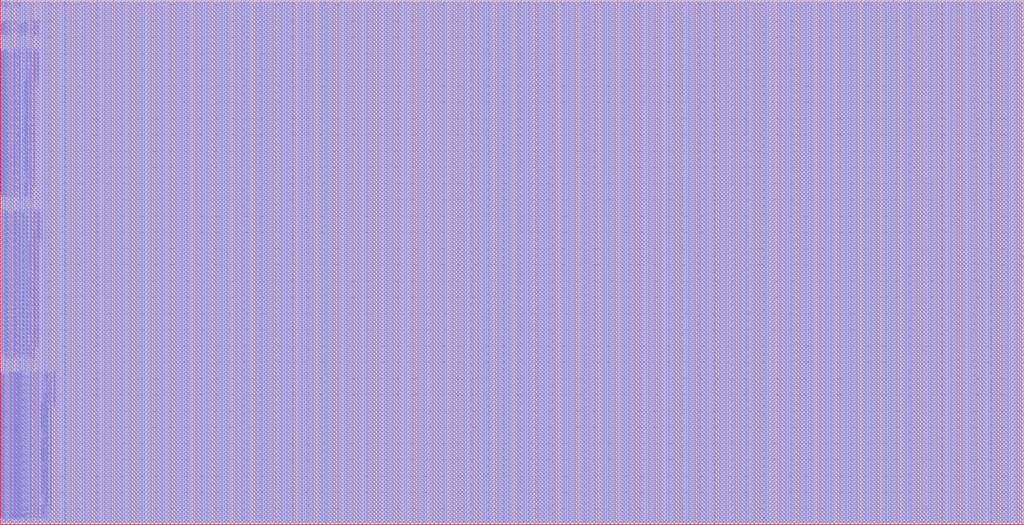
<source format=lef>
VERSION 5.7 ;
BUSBITCHARS "[]" ;
MACRO fakeram65_2048x128
  FOREIGN fakeram65_2048x128 0 0 ;
  SYMMETRY X Y R90 ;
  SIZE 630.300 BY 323.200 ;
  CLASS BLOCK ;
  PIN w_mask_in[0]
    DIRECTION INPUT ;
    USE SIGNAL ;
    SHAPE ABUTMENT ;
    PORT
      LAYER M3 ;
      RECT 0.000 1.365 0.070 1.435 ;
    END
  END w_mask_in[0]
  PIN w_mask_in[1]
    DIRECTION INPUT ;
    USE SIGNAL ;
    SHAPE ABUTMENT ;
    PORT
      LAYER M3 ;
      RECT 0.000 2.065 0.070 2.135 ;
    END
  END w_mask_in[1]
  PIN w_mask_in[2]
    DIRECTION INPUT ;
    USE SIGNAL ;
    SHAPE ABUTMENT ;
    PORT
      LAYER M3 ;
      RECT 0.000 2.765 0.070 2.835 ;
    END
  END w_mask_in[2]
  PIN w_mask_in[3]
    DIRECTION INPUT ;
    USE SIGNAL ;
    SHAPE ABUTMENT ;
    PORT
      LAYER M3 ;
      RECT 0.000 3.465 0.070 3.535 ;
    END
  END w_mask_in[3]
  PIN w_mask_in[4]
    DIRECTION INPUT ;
    USE SIGNAL ;
    SHAPE ABUTMENT ;
    PORT
      LAYER M3 ;
      RECT 0.000 4.165 0.070 4.235 ;
    END
  END w_mask_in[4]
  PIN w_mask_in[5]
    DIRECTION INPUT ;
    USE SIGNAL ;
    SHAPE ABUTMENT ;
    PORT
      LAYER M3 ;
      RECT 0.000 4.865 0.070 4.935 ;
    END
  END w_mask_in[5]
  PIN w_mask_in[6]
    DIRECTION INPUT ;
    USE SIGNAL ;
    SHAPE ABUTMENT ;
    PORT
      LAYER M3 ;
      RECT 0.000 5.565 0.070 5.635 ;
    END
  END w_mask_in[6]
  PIN w_mask_in[7]
    DIRECTION INPUT ;
    USE SIGNAL ;
    SHAPE ABUTMENT ;
    PORT
      LAYER M3 ;
      RECT 0.000 6.265 0.070 6.335 ;
    END
  END w_mask_in[7]
  PIN w_mask_in[8]
    DIRECTION INPUT ;
    USE SIGNAL ;
    SHAPE ABUTMENT ;
    PORT
      LAYER M3 ;
      RECT 0.000 6.965 0.070 7.035 ;
    END
  END w_mask_in[8]
  PIN w_mask_in[9]
    DIRECTION INPUT ;
    USE SIGNAL ;
    SHAPE ABUTMENT ;
    PORT
      LAYER M3 ;
      RECT 0.000 7.665 0.070 7.735 ;
    END
  END w_mask_in[9]
  PIN w_mask_in[10]
    DIRECTION INPUT ;
    USE SIGNAL ;
    SHAPE ABUTMENT ;
    PORT
      LAYER M3 ;
      RECT 0.000 8.365 0.070 8.435 ;
    END
  END w_mask_in[10]
  PIN w_mask_in[11]
    DIRECTION INPUT ;
    USE SIGNAL ;
    SHAPE ABUTMENT ;
    PORT
      LAYER M3 ;
      RECT 0.000 9.065 0.070 9.135 ;
    END
  END w_mask_in[11]
  PIN w_mask_in[12]
    DIRECTION INPUT ;
    USE SIGNAL ;
    SHAPE ABUTMENT ;
    PORT
      LAYER M3 ;
      RECT 0.000 9.765 0.070 9.835 ;
    END
  END w_mask_in[12]
  PIN w_mask_in[13]
    DIRECTION INPUT ;
    USE SIGNAL ;
    SHAPE ABUTMENT ;
    PORT
      LAYER M3 ;
      RECT 0.000 10.465 0.070 10.535 ;
    END
  END w_mask_in[13]
  PIN w_mask_in[14]
    DIRECTION INPUT ;
    USE SIGNAL ;
    SHAPE ABUTMENT ;
    PORT
      LAYER M3 ;
      RECT 0.000 11.165 0.070 11.235 ;
    END
  END w_mask_in[14]
  PIN w_mask_in[15]
    DIRECTION INPUT ;
    USE SIGNAL ;
    SHAPE ABUTMENT ;
    PORT
      LAYER M3 ;
      RECT 0.000 11.865 0.070 11.935 ;
    END
  END w_mask_in[15]
  PIN w_mask_in[16]
    DIRECTION INPUT ;
    USE SIGNAL ;
    SHAPE ABUTMENT ;
    PORT
      LAYER M3 ;
      RECT 0.000 12.565 0.070 12.635 ;
    END
  END w_mask_in[16]
  PIN w_mask_in[17]
    DIRECTION INPUT ;
    USE SIGNAL ;
    SHAPE ABUTMENT ;
    PORT
      LAYER M3 ;
      RECT 0.000 13.265 0.070 13.335 ;
    END
  END w_mask_in[17]
  PIN w_mask_in[18]
    DIRECTION INPUT ;
    USE SIGNAL ;
    SHAPE ABUTMENT ;
    PORT
      LAYER M3 ;
      RECT 0.000 13.965 0.070 14.035 ;
    END
  END w_mask_in[18]
  PIN w_mask_in[19]
    DIRECTION INPUT ;
    USE SIGNAL ;
    SHAPE ABUTMENT ;
    PORT
      LAYER M3 ;
      RECT 0.000 14.665 0.070 14.735 ;
    END
  END w_mask_in[19]
  PIN w_mask_in[20]
    DIRECTION INPUT ;
    USE SIGNAL ;
    SHAPE ABUTMENT ;
    PORT
      LAYER M3 ;
      RECT 0.000 15.365 0.070 15.435 ;
    END
  END w_mask_in[20]
  PIN w_mask_in[21]
    DIRECTION INPUT ;
    USE SIGNAL ;
    SHAPE ABUTMENT ;
    PORT
      LAYER M3 ;
      RECT 0.000 16.065 0.070 16.135 ;
    END
  END w_mask_in[21]
  PIN w_mask_in[22]
    DIRECTION INPUT ;
    USE SIGNAL ;
    SHAPE ABUTMENT ;
    PORT
      LAYER M3 ;
      RECT 0.000 16.765 0.070 16.835 ;
    END
  END w_mask_in[22]
  PIN w_mask_in[23]
    DIRECTION INPUT ;
    USE SIGNAL ;
    SHAPE ABUTMENT ;
    PORT
      LAYER M3 ;
      RECT 0.000 17.465 0.070 17.535 ;
    END
  END w_mask_in[23]
  PIN w_mask_in[24]
    DIRECTION INPUT ;
    USE SIGNAL ;
    SHAPE ABUTMENT ;
    PORT
      LAYER M3 ;
      RECT 0.000 18.165 0.070 18.235 ;
    END
  END w_mask_in[24]
  PIN w_mask_in[25]
    DIRECTION INPUT ;
    USE SIGNAL ;
    SHAPE ABUTMENT ;
    PORT
      LAYER M3 ;
      RECT 0.000 18.865 0.070 18.935 ;
    END
  END w_mask_in[25]
  PIN w_mask_in[26]
    DIRECTION INPUT ;
    USE SIGNAL ;
    SHAPE ABUTMENT ;
    PORT
      LAYER M3 ;
      RECT 0.000 19.565 0.070 19.635 ;
    END
  END w_mask_in[26]
  PIN w_mask_in[27]
    DIRECTION INPUT ;
    USE SIGNAL ;
    SHAPE ABUTMENT ;
    PORT
      LAYER M3 ;
      RECT 0.000 20.265 0.070 20.335 ;
    END
  END w_mask_in[27]
  PIN w_mask_in[28]
    DIRECTION INPUT ;
    USE SIGNAL ;
    SHAPE ABUTMENT ;
    PORT
      LAYER M3 ;
      RECT 0.000 20.965 0.070 21.035 ;
    END
  END w_mask_in[28]
  PIN w_mask_in[29]
    DIRECTION INPUT ;
    USE SIGNAL ;
    SHAPE ABUTMENT ;
    PORT
      LAYER M3 ;
      RECT 0.000 21.665 0.070 21.735 ;
    END
  END w_mask_in[29]
  PIN w_mask_in[30]
    DIRECTION INPUT ;
    USE SIGNAL ;
    SHAPE ABUTMENT ;
    PORT
      LAYER M3 ;
      RECT 0.000 22.365 0.070 22.435 ;
    END
  END w_mask_in[30]
  PIN w_mask_in[31]
    DIRECTION INPUT ;
    USE SIGNAL ;
    SHAPE ABUTMENT ;
    PORT
      LAYER M3 ;
      RECT 0.000 23.065 0.070 23.135 ;
    END
  END w_mask_in[31]
  PIN w_mask_in[32]
    DIRECTION INPUT ;
    USE SIGNAL ;
    SHAPE ABUTMENT ;
    PORT
      LAYER M3 ;
      RECT 0.000 23.765 0.070 23.835 ;
    END
  END w_mask_in[32]
  PIN w_mask_in[33]
    DIRECTION INPUT ;
    USE SIGNAL ;
    SHAPE ABUTMENT ;
    PORT
      LAYER M3 ;
      RECT 0.000 24.465 0.070 24.535 ;
    END
  END w_mask_in[33]
  PIN w_mask_in[34]
    DIRECTION INPUT ;
    USE SIGNAL ;
    SHAPE ABUTMENT ;
    PORT
      LAYER M3 ;
      RECT 0.000 25.165 0.070 25.235 ;
    END
  END w_mask_in[34]
  PIN w_mask_in[35]
    DIRECTION INPUT ;
    USE SIGNAL ;
    SHAPE ABUTMENT ;
    PORT
      LAYER M3 ;
      RECT 0.000 25.865 0.070 25.935 ;
    END
  END w_mask_in[35]
  PIN w_mask_in[36]
    DIRECTION INPUT ;
    USE SIGNAL ;
    SHAPE ABUTMENT ;
    PORT
      LAYER M3 ;
      RECT 0.000 26.565 0.070 26.635 ;
    END
  END w_mask_in[36]
  PIN w_mask_in[37]
    DIRECTION INPUT ;
    USE SIGNAL ;
    SHAPE ABUTMENT ;
    PORT
      LAYER M3 ;
      RECT 0.000 27.265 0.070 27.335 ;
    END
  END w_mask_in[37]
  PIN w_mask_in[38]
    DIRECTION INPUT ;
    USE SIGNAL ;
    SHAPE ABUTMENT ;
    PORT
      LAYER M3 ;
      RECT 0.000 27.965 0.070 28.035 ;
    END
  END w_mask_in[38]
  PIN w_mask_in[39]
    DIRECTION INPUT ;
    USE SIGNAL ;
    SHAPE ABUTMENT ;
    PORT
      LAYER M3 ;
      RECT 0.000 28.665 0.070 28.735 ;
    END
  END w_mask_in[39]
  PIN w_mask_in[40]
    DIRECTION INPUT ;
    USE SIGNAL ;
    SHAPE ABUTMENT ;
    PORT
      LAYER M3 ;
      RECT 0.000 29.365 0.070 29.435 ;
    END
  END w_mask_in[40]
  PIN w_mask_in[41]
    DIRECTION INPUT ;
    USE SIGNAL ;
    SHAPE ABUTMENT ;
    PORT
      LAYER M3 ;
      RECT 0.000 30.065 0.070 30.135 ;
    END
  END w_mask_in[41]
  PIN w_mask_in[42]
    DIRECTION INPUT ;
    USE SIGNAL ;
    SHAPE ABUTMENT ;
    PORT
      LAYER M3 ;
      RECT 0.000 30.765 0.070 30.835 ;
    END
  END w_mask_in[42]
  PIN w_mask_in[43]
    DIRECTION INPUT ;
    USE SIGNAL ;
    SHAPE ABUTMENT ;
    PORT
      LAYER M3 ;
      RECT 0.000 31.465 0.070 31.535 ;
    END
  END w_mask_in[43]
  PIN w_mask_in[44]
    DIRECTION INPUT ;
    USE SIGNAL ;
    SHAPE ABUTMENT ;
    PORT
      LAYER M3 ;
      RECT 0.000 32.165 0.070 32.235 ;
    END
  END w_mask_in[44]
  PIN w_mask_in[45]
    DIRECTION INPUT ;
    USE SIGNAL ;
    SHAPE ABUTMENT ;
    PORT
      LAYER M3 ;
      RECT 0.000 32.865 0.070 32.935 ;
    END
  END w_mask_in[45]
  PIN w_mask_in[46]
    DIRECTION INPUT ;
    USE SIGNAL ;
    SHAPE ABUTMENT ;
    PORT
      LAYER M3 ;
      RECT 0.000 33.565 0.070 33.635 ;
    END
  END w_mask_in[46]
  PIN w_mask_in[47]
    DIRECTION INPUT ;
    USE SIGNAL ;
    SHAPE ABUTMENT ;
    PORT
      LAYER M3 ;
      RECT 0.000 34.265 0.070 34.335 ;
    END
  END w_mask_in[47]
  PIN w_mask_in[48]
    DIRECTION INPUT ;
    USE SIGNAL ;
    SHAPE ABUTMENT ;
    PORT
      LAYER M3 ;
      RECT 0.000 34.965 0.070 35.035 ;
    END
  END w_mask_in[48]
  PIN w_mask_in[49]
    DIRECTION INPUT ;
    USE SIGNAL ;
    SHAPE ABUTMENT ;
    PORT
      LAYER M3 ;
      RECT 0.000 35.665 0.070 35.735 ;
    END
  END w_mask_in[49]
  PIN w_mask_in[50]
    DIRECTION INPUT ;
    USE SIGNAL ;
    SHAPE ABUTMENT ;
    PORT
      LAYER M3 ;
      RECT 0.000 36.365 0.070 36.435 ;
    END
  END w_mask_in[50]
  PIN w_mask_in[51]
    DIRECTION INPUT ;
    USE SIGNAL ;
    SHAPE ABUTMENT ;
    PORT
      LAYER M3 ;
      RECT 0.000 37.065 0.070 37.135 ;
    END
  END w_mask_in[51]
  PIN w_mask_in[52]
    DIRECTION INPUT ;
    USE SIGNAL ;
    SHAPE ABUTMENT ;
    PORT
      LAYER M3 ;
      RECT 0.000 37.765 0.070 37.835 ;
    END
  END w_mask_in[52]
  PIN w_mask_in[53]
    DIRECTION INPUT ;
    USE SIGNAL ;
    SHAPE ABUTMENT ;
    PORT
      LAYER M3 ;
      RECT 0.000 38.465 0.070 38.535 ;
    END
  END w_mask_in[53]
  PIN w_mask_in[54]
    DIRECTION INPUT ;
    USE SIGNAL ;
    SHAPE ABUTMENT ;
    PORT
      LAYER M3 ;
      RECT 0.000 39.165 0.070 39.235 ;
    END
  END w_mask_in[54]
  PIN w_mask_in[55]
    DIRECTION INPUT ;
    USE SIGNAL ;
    SHAPE ABUTMENT ;
    PORT
      LAYER M3 ;
      RECT 0.000 39.865 0.070 39.935 ;
    END
  END w_mask_in[55]
  PIN w_mask_in[56]
    DIRECTION INPUT ;
    USE SIGNAL ;
    SHAPE ABUTMENT ;
    PORT
      LAYER M3 ;
      RECT 0.000 40.565 0.070 40.635 ;
    END
  END w_mask_in[56]
  PIN w_mask_in[57]
    DIRECTION INPUT ;
    USE SIGNAL ;
    SHAPE ABUTMENT ;
    PORT
      LAYER M3 ;
      RECT 0.000 41.265 0.070 41.335 ;
    END
  END w_mask_in[57]
  PIN w_mask_in[58]
    DIRECTION INPUT ;
    USE SIGNAL ;
    SHAPE ABUTMENT ;
    PORT
      LAYER M3 ;
      RECT 0.000 41.965 0.070 42.035 ;
    END
  END w_mask_in[58]
  PIN w_mask_in[59]
    DIRECTION INPUT ;
    USE SIGNAL ;
    SHAPE ABUTMENT ;
    PORT
      LAYER M3 ;
      RECT 0.000 42.665 0.070 42.735 ;
    END
  END w_mask_in[59]
  PIN w_mask_in[60]
    DIRECTION INPUT ;
    USE SIGNAL ;
    SHAPE ABUTMENT ;
    PORT
      LAYER M3 ;
      RECT 0.000 43.365 0.070 43.435 ;
    END
  END w_mask_in[60]
  PIN w_mask_in[61]
    DIRECTION INPUT ;
    USE SIGNAL ;
    SHAPE ABUTMENT ;
    PORT
      LAYER M3 ;
      RECT 0.000 44.065 0.070 44.135 ;
    END
  END w_mask_in[61]
  PIN w_mask_in[62]
    DIRECTION INPUT ;
    USE SIGNAL ;
    SHAPE ABUTMENT ;
    PORT
      LAYER M3 ;
      RECT 0.000 44.765 0.070 44.835 ;
    END
  END w_mask_in[62]
  PIN w_mask_in[63]
    DIRECTION INPUT ;
    USE SIGNAL ;
    SHAPE ABUTMENT ;
    PORT
      LAYER M3 ;
      RECT 0.000 45.465 0.070 45.535 ;
    END
  END w_mask_in[63]
  PIN w_mask_in[64]
    DIRECTION INPUT ;
    USE SIGNAL ;
    SHAPE ABUTMENT ;
    PORT
      LAYER M3 ;
      RECT 0.000 46.165 0.070 46.235 ;
    END
  END w_mask_in[64]
  PIN w_mask_in[65]
    DIRECTION INPUT ;
    USE SIGNAL ;
    SHAPE ABUTMENT ;
    PORT
      LAYER M3 ;
      RECT 0.000 46.865 0.070 46.935 ;
    END
  END w_mask_in[65]
  PIN w_mask_in[66]
    DIRECTION INPUT ;
    USE SIGNAL ;
    SHAPE ABUTMENT ;
    PORT
      LAYER M3 ;
      RECT 0.000 47.565 0.070 47.635 ;
    END
  END w_mask_in[66]
  PIN w_mask_in[67]
    DIRECTION INPUT ;
    USE SIGNAL ;
    SHAPE ABUTMENT ;
    PORT
      LAYER M3 ;
      RECT 0.000 48.265 0.070 48.335 ;
    END
  END w_mask_in[67]
  PIN w_mask_in[68]
    DIRECTION INPUT ;
    USE SIGNAL ;
    SHAPE ABUTMENT ;
    PORT
      LAYER M3 ;
      RECT 0.000 48.965 0.070 49.035 ;
    END
  END w_mask_in[68]
  PIN w_mask_in[69]
    DIRECTION INPUT ;
    USE SIGNAL ;
    SHAPE ABUTMENT ;
    PORT
      LAYER M3 ;
      RECT 0.000 49.665 0.070 49.735 ;
    END
  END w_mask_in[69]
  PIN w_mask_in[70]
    DIRECTION INPUT ;
    USE SIGNAL ;
    SHAPE ABUTMENT ;
    PORT
      LAYER M3 ;
      RECT 0.000 50.365 0.070 50.435 ;
    END
  END w_mask_in[70]
  PIN w_mask_in[71]
    DIRECTION INPUT ;
    USE SIGNAL ;
    SHAPE ABUTMENT ;
    PORT
      LAYER M3 ;
      RECT 0.000 51.065 0.070 51.135 ;
    END
  END w_mask_in[71]
  PIN w_mask_in[72]
    DIRECTION INPUT ;
    USE SIGNAL ;
    SHAPE ABUTMENT ;
    PORT
      LAYER M3 ;
      RECT 0.000 51.765 0.070 51.835 ;
    END
  END w_mask_in[72]
  PIN w_mask_in[73]
    DIRECTION INPUT ;
    USE SIGNAL ;
    SHAPE ABUTMENT ;
    PORT
      LAYER M3 ;
      RECT 0.000 52.465 0.070 52.535 ;
    END
  END w_mask_in[73]
  PIN w_mask_in[74]
    DIRECTION INPUT ;
    USE SIGNAL ;
    SHAPE ABUTMENT ;
    PORT
      LAYER M3 ;
      RECT 0.000 53.165 0.070 53.235 ;
    END
  END w_mask_in[74]
  PIN w_mask_in[75]
    DIRECTION INPUT ;
    USE SIGNAL ;
    SHAPE ABUTMENT ;
    PORT
      LAYER M3 ;
      RECT 0.000 53.865 0.070 53.935 ;
    END
  END w_mask_in[75]
  PIN w_mask_in[76]
    DIRECTION INPUT ;
    USE SIGNAL ;
    SHAPE ABUTMENT ;
    PORT
      LAYER M3 ;
      RECT 0.000 54.565 0.070 54.635 ;
    END
  END w_mask_in[76]
  PIN w_mask_in[77]
    DIRECTION INPUT ;
    USE SIGNAL ;
    SHAPE ABUTMENT ;
    PORT
      LAYER M3 ;
      RECT 0.000 55.265 0.070 55.335 ;
    END
  END w_mask_in[77]
  PIN w_mask_in[78]
    DIRECTION INPUT ;
    USE SIGNAL ;
    SHAPE ABUTMENT ;
    PORT
      LAYER M3 ;
      RECT 0.000 55.965 0.070 56.035 ;
    END
  END w_mask_in[78]
  PIN w_mask_in[79]
    DIRECTION INPUT ;
    USE SIGNAL ;
    SHAPE ABUTMENT ;
    PORT
      LAYER M3 ;
      RECT 0.000 56.665 0.070 56.735 ;
    END
  END w_mask_in[79]
  PIN w_mask_in[80]
    DIRECTION INPUT ;
    USE SIGNAL ;
    SHAPE ABUTMENT ;
    PORT
      LAYER M3 ;
      RECT 0.000 57.365 0.070 57.435 ;
    END
  END w_mask_in[80]
  PIN w_mask_in[81]
    DIRECTION INPUT ;
    USE SIGNAL ;
    SHAPE ABUTMENT ;
    PORT
      LAYER M3 ;
      RECT 0.000 58.065 0.070 58.135 ;
    END
  END w_mask_in[81]
  PIN w_mask_in[82]
    DIRECTION INPUT ;
    USE SIGNAL ;
    SHAPE ABUTMENT ;
    PORT
      LAYER M3 ;
      RECT 0.000 58.765 0.070 58.835 ;
    END
  END w_mask_in[82]
  PIN w_mask_in[83]
    DIRECTION INPUT ;
    USE SIGNAL ;
    SHAPE ABUTMENT ;
    PORT
      LAYER M3 ;
      RECT 0.000 59.465 0.070 59.535 ;
    END
  END w_mask_in[83]
  PIN w_mask_in[84]
    DIRECTION INPUT ;
    USE SIGNAL ;
    SHAPE ABUTMENT ;
    PORT
      LAYER M3 ;
      RECT 0.000 60.165 0.070 60.235 ;
    END
  END w_mask_in[84]
  PIN w_mask_in[85]
    DIRECTION INPUT ;
    USE SIGNAL ;
    SHAPE ABUTMENT ;
    PORT
      LAYER M3 ;
      RECT 0.000 60.865 0.070 60.935 ;
    END
  END w_mask_in[85]
  PIN w_mask_in[86]
    DIRECTION INPUT ;
    USE SIGNAL ;
    SHAPE ABUTMENT ;
    PORT
      LAYER M3 ;
      RECT 0.000 61.565 0.070 61.635 ;
    END
  END w_mask_in[86]
  PIN w_mask_in[87]
    DIRECTION INPUT ;
    USE SIGNAL ;
    SHAPE ABUTMENT ;
    PORT
      LAYER M3 ;
      RECT 0.000 62.265 0.070 62.335 ;
    END
  END w_mask_in[87]
  PIN w_mask_in[88]
    DIRECTION INPUT ;
    USE SIGNAL ;
    SHAPE ABUTMENT ;
    PORT
      LAYER M3 ;
      RECT 0.000 62.965 0.070 63.035 ;
    END
  END w_mask_in[88]
  PIN w_mask_in[89]
    DIRECTION INPUT ;
    USE SIGNAL ;
    SHAPE ABUTMENT ;
    PORT
      LAYER M3 ;
      RECT 0.000 63.665 0.070 63.735 ;
    END
  END w_mask_in[89]
  PIN w_mask_in[90]
    DIRECTION INPUT ;
    USE SIGNAL ;
    SHAPE ABUTMENT ;
    PORT
      LAYER M3 ;
      RECT 0.000 64.365 0.070 64.435 ;
    END
  END w_mask_in[90]
  PIN w_mask_in[91]
    DIRECTION INPUT ;
    USE SIGNAL ;
    SHAPE ABUTMENT ;
    PORT
      LAYER M3 ;
      RECT 0.000 65.065 0.070 65.135 ;
    END
  END w_mask_in[91]
  PIN w_mask_in[92]
    DIRECTION INPUT ;
    USE SIGNAL ;
    SHAPE ABUTMENT ;
    PORT
      LAYER M3 ;
      RECT 0.000 65.765 0.070 65.835 ;
    END
  END w_mask_in[92]
  PIN w_mask_in[93]
    DIRECTION INPUT ;
    USE SIGNAL ;
    SHAPE ABUTMENT ;
    PORT
      LAYER M3 ;
      RECT 0.000 66.465 0.070 66.535 ;
    END
  END w_mask_in[93]
  PIN w_mask_in[94]
    DIRECTION INPUT ;
    USE SIGNAL ;
    SHAPE ABUTMENT ;
    PORT
      LAYER M3 ;
      RECT 0.000 67.165 0.070 67.235 ;
    END
  END w_mask_in[94]
  PIN w_mask_in[95]
    DIRECTION INPUT ;
    USE SIGNAL ;
    SHAPE ABUTMENT ;
    PORT
      LAYER M3 ;
      RECT 0.000 67.865 0.070 67.935 ;
    END
  END w_mask_in[95]
  PIN w_mask_in[96]
    DIRECTION INPUT ;
    USE SIGNAL ;
    SHAPE ABUTMENT ;
    PORT
      LAYER M3 ;
      RECT 0.000 68.565 0.070 68.635 ;
    END
  END w_mask_in[96]
  PIN w_mask_in[97]
    DIRECTION INPUT ;
    USE SIGNAL ;
    SHAPE ABUTMENT ;
    PORT
      LAYER M3 ;
      RECT 0.000 69.265 0.070 69.335 ;
    END
  END w_mask_in[97]
  PIN w_mask_in[98]
    DIRECTION INPUT ;
    USE SIGNAL ;
    SHAPE ABUTMENT ;
    PORT
      LAYER M3 ;
      RECT 0.000 69.965 0.070 70.035 ;
    END
  END w_mask_in[98]
  PIN w_mask_in[99]
    DIRECTION INPUT ;
    USE SIGNAL ;
    SHAPE ABUTMENT ;
    PORT
      LAYER M3 ;
      RECT 0.000 70.665 0.070 70.735 ;
    END
  END w_mask_in[99]
  PIN w_mask_in[100]
    DIRECTION INPUT ;
    USE SIGNAL ;
    SHAPE ABUTMENT ;
    PORT
      LAYER M3 ;
      RECT 0.000 71.365 0.070 71.435 ;
    END
  END w_mask_in[100]
  PIN w_mask_in[101]
    DIRECTION INPUT ;
    USE SIGNAL ;
    SHAPE ABUTMENT ;
    PORT
      LAYER M3 ;
      RECT 0.000 72.065 0.070 72.135 ;
    END
  END w_mask_in[101]
  PIN w_mask_in[102]
    DIRECTION INPUT ;
    USE SIGNAL ;
    SHAPE ABUTMENT ;
    PORT
      LAYER M3 ;
      RECT 0.000 72.765 0.070 72.835 ;
    END
  END w_mask_in[102]
  PIN w_mask_in[103]
    DIRECTION INPUT ;
    USE SIGNAL ;
    SHAPE ABUTMENT ;
    PORT
      LAYER M3 ;
      RECT 0.000 73.465 0.070 73.535 ;
    END
  END w_mask_in[103]
  PIN w_mask_in[104]
    DIRECTION INPUT ;
    USE SIGNAL ;
    SHAPE ABUTMENT ;
    PORT
      LAYER M3 ;
      RECT 0.000 74.165 0.070 74.235 ;
    END
  END w_mask_in[104]
  PIN w_mask_in[105]
    DIRECTION INPUT ;
    USE SIGNAL ;
    SHAPE ABUTMENT ;
    PORT
      LAYER M3 ;
      RECT 0.000 74.865 0.070 74.935 ;
    END
  END w_mask_in[105]
  PIN w_mask_in[106]
    DIRECTION INPUT ;
    USE SIGNAL ;
    SHAPE ABUTMENT ;
    PORT
      LAYER M3 ;
      RECT 0.000 75.565 0.070 75.635 ;
    END
  END w_mask_in[106]
  PIN w_mask_in[107]
    DIRECTION INPUT ;
    USE SIGNAL ;
    SHAPE ABUTMENT ;
    PORT
      LAYER M3 ;
      RECT 0.000 76.265 0.070 76.335 ;
    END
  END w_mask_in[107]
  PIN w_mask_in[108]
    DIRECTION INPUT ;
    USE SIGNAL ;
    SHAPE ABUTMENT ;
    PORT
      LAYER M3 ;
      RECT 0.000 76.965 0.070 77.035 ;
    END
  END w_mask_in[108]
  PIN w_mask_in[109]
    DIRECTION INPUT ;
    USE SIGNAL ;
    SHAPE ABUTMENT ;
    PORT
      LAYER M3 ;
      RECT 0.000 77.665 0.070 77.735 ;
    END
  END w_mask_in[109]
  PIN w_mask_in[110]
    DIRECTION INPUT ;
    USE SIGNAL ;
    SHAPE ABUTMENT ;
    PORT
      LAYER M3 ;
      RECT 0.000 78.365 0.070 78.435 ;
    END
  END w_mask_in[110]
  PIN w_mask_in[111]
    DIRECTION INPUT ;
    USE SIGNAL ;
    SHAPE ABUTMENT ;
    PORT
      LAYER M3 ;
      RECT 0.000 79.065 0.070 79.135 ;
    END
  END w_mask_in[111]
  PIN w_mask_in[112]
    DIRECTION INPUT ;
    USE SIGNAL ;
    SHAPE ABUTMENT ;
    PORT
      LAYER M3 ;
      RECT 0.000 79.765 0.070 79.835 ;
    END
  END w_mask_in[112]
  PIN w_mask_in[113]
    DIRECTION INPUT ;
    USE SIGNAL ;
    SHAPE ABUTMENT ;
    PORT
      LAYER M3 ;
      RECT 0.000 80.465 0.070 80.535 ;
    END
  END w_mask_in[113]
  PIN w_mask_in[114]
    DIRECTION INPUT ;
    USE SIGNAL ;
    SHAPE ABUTMENT ;
    PORT
      LAYER M3 ;
      RECT 0.000 81.165 0.070 81.235 ;
    END
  END w_mask_in[114]
  PIN w_mask_in[115]
    DIRECTION INPUT ;
    USE SIGNAL ;
    SHAPE ABUTMENT ;
    PORT
      LAYER M3 ;
      RECT 0.000 81.865 0.070 81.935 ;
    END
  END w_mask_in[115]
  PIN w_mask_in[116]
    DIRECTION INPUT ;
    USE SIGNAL ;
    SHAPE ABUTMENT ;
    PORT
      LAYER M3 ;
      RECT 0.000 82.565 0.070 82.635 ;
    END
  END w_mask_in[116]
  PIN w_mask_in[117]
    DIRECTION INPUT ;
    USE SIGNAL ;
    SHAPE ABUTMENT ;
    PORT
      LAYER M3 ;
      RECT 0.000 83.265 0.070 83.335 ;
    END
  END w_mask_in[117]
  PIN w_mask_in[118]
    DIRECTION INPUT ;
    USE SIGNAL ;
    SHAPE ABUTMENT ;
    PORT
      LAYER M3 ;
      RECT 0.000 83.965 0.070 84.035 ;
    END
  END w_mask_in[118]
  PIN w_mask_in[119]
    DIRECTION INPUT ;
    USE SIGNAL ;
    SHAPE ABUTMENT ;
    PORT
      LAYER M3 ;
      RECT 0.000 84.665 0.070 84.735 ;
    END
  END w_mask_in[119]
  PIN w_mask_in[120]
    DIRECTION INPUT ;
    USE SIGNAL ;
    SHAPE ABUTMENT ;
    PORT
      LAYER M3 ;
      RECT 0.000 85.365 0.070 85.435 ;
    END
  END w_mask_in[120]
  PIN w_mask_in[121]
    DIRECTION INPUT ;
    USE SIGNAL ;
    SHAPE ABUTMENT ;
    PORT
      LAYER M3 ;
      RECT 0.000 86.065 0.070 86.135 ;
    END
  END w_mask_in[121]
  PIN w_mask_in[122]
    DIRECTION INPUT ;
    USE SIGNAL ;
    SHAPE ABUTMENT ;
    PORT
      LAYER M3 ;
      RECT 0.000 86.765 0.070 86.835 ;
    END
  END w_mask_in[122]
  PIN w_mask_in[123]
    DIRECTION INPUT ;
    USE SIGNAL ;
    SHAPE ABUTMENT ;
    PORT
      LAYER M3 ;
      RECT 0.000 87.465 0.070 87.535 ;
    END
  END w_mask_in[123]
  PIN w_mask_in[124]
    DIRECTION INPUT ;
    USE SIGNAL ;
    SHAPE ABUTMENT ;
    PORT
      LAYER M3 ;
      RECT 0.000 88.165 0.070 88.235 ;
    END
  END w_mask_in[124]
  PIN w_mask_in[125]
    DIRECTION INPUT ;
    USE SIGNAL ;
    SHAPE ABUTMENT ;
    PORT
      LAYER M3 ;
      RECT 0.000 88.865 0.070 88.935 ;
    END
  END w_mask_in[125]
  PIN w_mask_in[126]
    DIRECTION INPUT ;
    USE SIGNAL ;
    SHAPE ABUTMENT ;
    PORT
      LAYER M3 ;
      RECT 0.000 89.565 0.070 89.635 ;
    END
  END w_mask_in[126]
  PIN w_mask_in[127]
    DIRECTION INPUT ;
    USE SIGNAL ;
    SHAPE ABUTMENT ;
    PORT
      LAYER M3 ;
      RECT 0.000 90.265 0.070 90.335 ;
    END
  END w_mask_in[127]
  PIN rd_out[0]
    DIRECTION OUTPUT ;
    USE SIGNAL ;
    SHAPE ABUTMENT ;
    PORT
      LAYER M3 ;
      RECT 0.000 100.625 0.070 100.695 ;
    END
  END rd_out[0]
  PIN rd_out[1]
    DIRECTION OUTPUT ;
    USE SIGNAL ;
    SHAPE ABUTMENT ;
    PORT
      LAYER M3 ;
      RECT 0.000 101.325 0.070 101.395 ;
    END
  END rd_out[1]
  PIN rd_out[2]
    DIRECTION OUTPUT ;
    USE SIGNAL ;
    SHAPE ABUTMENT ;
    PORT
      LAYER M3 ;
      RECT 0.000 102.025 0.070 102.095 ;
    END
  END rd_out[2]
  PIN rd_out[3]
    DIRECTION OUTPUT ;
    USE SIGNAL ;
    SHAPE ABUTMENT ;
    PORT
      LAYER M3 ;
      RECT 0.000 102.725 0.070 102.795 ;
    END
  END rd_out[3]
  PIN rd_out[4]
    DIRECTION OUTPUT ;
    USE SIGNAL ;
    SHAPE ABUTMENT ;
    PORT
      LAYER M3 ;
      RECT 0.000 103.425 0.070 103.495 ;
    END
  END rd_out[4]
  PIN rd_out[5]
    DIRECTION OUTPUT ;
    USE SIGNAL ;
    SHAPE ABUTMENT ;
    PORT
      LAYER M3 ;
      RECT 0.000 104.125 0.070 104.195 ;
    END
  END rd_out[5]
  PIN rd_out[6]
    DIRECTION OUTPUT ;
    USE SIGNAL ;
    SHAPE ABUTMENT ;
    PORT
      LAYER M3 ;
      RECT 0.000 104.825 0.070 104.895 ;
    END
  END rd_out[6]
  PIN rd_out[7]
    DIRECTION OUTPUT ;
    USE SIGNAL ;
    SHAPE ABUTMENT ;
    PORT
      LAYER M3 ;
      RECT 0.000 105.525 0.070 105.595 ;
    END
  END rd_out[7]
  PIN rd_out[8]
    DIRECTION OUTPUT ;
    USE SIGNAL ;
    SHAPE ABUTMENT ;
    PORT
      LAYER M3 ;
      RECT 0.000 106.225 0.070 106.295 ;
    END
  END rd_out[8]
  PIN rd_out[9]
    DIRECTION OUTPUT ;
    USE SIGNAL ;
    SHAPE ABUTMENT ;
    PORT
      LAYER M3 ;
      RECT 0.000 106.925 0.070 106.995 ;
    END
  END rd_out[9]
  PIN rd_out[10]
    DIRECTION OUTPUT ;
    USE SIGNAL ;
    SHAPE ABUTMENT ;
    PORT
      LAYER M3 ;
      RECT 0.000 107.625 0.070 107.695 ;
    END
  END rd_out[10]
  PIN rd_out[11]
    DIRECTION OUTPUT ;
    USE SIGNAL ;
    SHAPE ABUTMENT ;
    PORT
      LAYER M3 ;
      RECT 0.000 108.325 0.070 108.395 ;
    END
  END rd_out[11]
  PIN rd_out[12]
    DIRECTION OUTPUT ;
    USE SIGNAL ;
    SHAPE ABUTMENT ;
    PORT
      LAYER M3 ;
      RECT 0.000 109.025 0.070 109.095 ;
    END
  END rd_out[12]
  PIN rd_out[13]
    DIRECTION OUTPUT ;
    USE SIGNAL ;
    SHAPE ABUTMENT ;
    PORT
      LAYER M3 ;
      RECT 0.000 109.725 0.070 109.795 ;
    END
  END rd_out[13]
  PIN rd_out[14]
    DIRECTION OUTPUT ;
    USE SIGNAL ;
    SHAPE ABUTMENT ;
    PORT
      LAYER M3 ;
      RECT 0.000 110.425 0.070 110.495 ;
    END
  END rd_out[14]
  PIN rd_out[15]
    DIRECTION OUTPUT ;
    USE SIGNAL ;
    SHAPE ABUTMENT ;
    PORT
      LAYER M3 ;
      RECT 0.000 111.125 0.070 111.195 ;
    END
  END rd_out[15]
  PIN rd_out[16]
    DIRECTION OUTPUT ;
    USE SIGNAL ;
    SHAPE ABUTMENT ;
    PORT
      LAYER M3 ;
      RECT 0.000 111.825 0.070 111.895 ;
    END
  END rd_out[16]
  PIN rd_out[17]
    DIRECTION OUTPUT ;
    USE SIGNAL ;
    SHAPE ABUTMENT ;
    PORT
      LAYER M3 ;
      RECT 0.000 112.525 0.070 112.595 ;
    END
  END rd_out[17]
  PIN rd_out[18]
    DIRECTION OUTPUT ;
    USE SIGNAL ;
    SHAPE ABUTMENT ;
    PORT
      LAYER M3 ;
      RECT 0.000 113.225 0.070 113.295 ;
    END
  END rd_out[18]
  PIN rd_out[19]
    DIRECTION OUTPUT ;
    USE SIGNAL ;
    SHAPE ABUTMENT ;
    PORT
      LAYER M3 ;
      RECT 0.000 113.925 0.070 113.995 ;
    END
  END rd_out[19]
  PIN rd_out[20]
    DIRECTION OUTPUT ;
    USE SIGNAL ;
    SHAPE ABUTMENT ;
    PORT
      LAYER M3 ;
      RECT 0.000 114.625 0.070 114.695 ;
    END
  END rd_out[20]
  PIN rd_out[21]
    DIRECTION OUTPUT ;
    USE SIGNAL ;
    SHAPE ABUTMENT ;
    PORT
      LAYER M3 ;
      RECT 0.000 115.325 0.070 115.395 ;
    END
  END rd_out[21]
  PIN rd_out[22]
    DIRECTION OUTPUT ;
    USE SIGNAL ;
    SHAPE ABUTMENT ;
    PORT
      LAYER M3 ;
      RECT 0.000 116.025 0.070 116.095 ;
    END
  END rd_out[22]
  PIN rd_out[23]
    DIRECTION OUTPUT ;
    USE SIGNAL ;
    SHAPE ABUTMENT ;
    PORT
      LAYER M3 ;
      RECT 0.000 116.725 0.070 116.795 ;
    END
  END rd_out[23]
  PIN rd_out[24]
    DIRECTION OUTPUT ;
    USE SIGNAL ;
    SHAPE ABUTMENT ;
    PORT
      LAYER M3 ;
      RECT 0.000 117.425 0.070 117.495 ;
    END
  END rd_out[24]
  PIN rd_out[25]
    DIRECTION OUTPUT ;
    USE SIGNAL ;
    SHAPE ABUTMENT ;
    PORT
      LAYER M3 ;
      RECT 0.000 118.125 0.070 118.195 ;
    END
  END rd_out[25]
  PIN rd_out[26]
    DIRECTION OUTPUT ;
    USE SIGNAL ;
    SHAPE ABUTMENT ;
    PORT
      LAYER M3 ;
      RECT 0.000 118.825 0.070 118.895 ;
    END
  END rd_out[26]
  PIN rd_out[27]
    DIRECTION OUTPUT ;
    USE SIGNAL ;
    SHAPE ABUTMENT ;
    PORT
      LAYER M3 ;
      RECT 0.000 119.525 0.070 119.595 ;
    END
  END rd_out[27]
  PIN rd_out[28]
    DIRECTION OUTPUT ;
    USE SIGNAL ;
    SHAPE ABUTMENT ;
    PORT
      LAYER M3 ;
      RECT 0.000 120.225 0.070 120.295 ;
    END
  END rd_out[28]
  PIN rd_out[29]
    DIRECTION OUTPUT ;
    USE SIGNAL ;
    SHAPE ABUTMENT ;
    PORT
      LAYER M3 ;
      RECT 0.000 120.925 0.070 120.995 ;
    END
  END rd_out[29]
  PIN rd_out[30]
    DIRECTION OUTPUT ;
    USE SIGNAL ;
    SHAPE ABUTMENT ;
    PORT
      LAYER M3 ;
      RECT 0.000 121.625 0.070 121.695 ;
    END
  END rd_out[30]
  PIN rd_out[31]
    DIRECTION OUTPUT ;
    USE SIGNAL ;
    SHAPE ABUTMENT ;
    PORT
      LAYER M3 ;
      RECT 0.000 122.325 0.070 122.395 ;
    END
  END rd_out[31]
  PIN rd_out[32]
    DIRECTION OUTPUT ;
    USE SIGNAL ;
    SHAPE ABUTMENT ;
    PORT
      LAYER M3 ;
      RECT 0.000 123.025 0.070 123.095 ;
    END
  END rd_out[32]
  PIN rd_out[33]
    DIRECTION OUTPUT ;
    USE SIGNAL ;
    SHAPE ABUTMENT ;
    PORT
      LAYER M3 ;
      RECT 0.000 123.725 0.070 123.795 ;
    END
  END rd_out[33]
  PIN rd_out[34]
    DIRECTION OUTPUT ;
    USE SIGNAL ;
    SHAPE ABUTMENT ;
    PORT
      LAYER M3 ;
      RECT 0.000 124.425 0.070 124.495 ;
    END
  END rd_out[34]
  PIN rd_out[35]
    DIRECTION OUTPUT ;
    USE SIGNAL ;
    SHAPE ABUTMENT ;
    PORT
      LAYER M3 ;
      RECT 0.000 125.125 0.070 125.195 ;
    END
  END rd_out[35]
  PIN rd_out[36]
    DIRECTION OUTPUT ;
    USE SIGNAL ;
    SHAPE ABUTMENT ;
    PORT
      LAYER M3 ;
      RECT 0.000 125.825 0.070 125.895 ;
    END
  END rd_out[36]
  PIN rd_out[37]
    DIRECTION OUTPUT ;
    USE SIGNAL ;
    SHAPE ABUTMENT ;
    PORT
      LAYER M3 ;
      RECT 0.000 126.525 0.070 126.595 ;
    END
  END rd_out[37]
  PIN rd_out[38]
    DIRECTION OUTPUT ;
    USE SIGNAL ;
    SHAPE ABUTMENT ;
    PORT
      LAYER M3 ;
      RECT 0.000 127.225 0.070 127.295 ;
    END
  END rd_out[38]
  PIN rd_out[39]
    DIRECTION OUTPUT ;
    USE SIGNAL ;
    SHAPE ABUTMENT ;
    PORT
      LAYER M3 ;
      RECT 0.000 127.925 0.070 127.995 ;
    END
  END rd_out[39]
  PIN rd_out[40]
    DIRECTION OUTPUT ;
    USE SIGNAL ;
    SHAPE ABUTMENT ;
    PORT
      LAYER M3 ;
      RECT 0.000 128.625 0.070 128.695 ;
    END
  END rd_out[40]
  PIN rd_out[41]
    DIRECTION OUTPUT ;
    USE SIGNAL ;
    SHAPE ABUTMENT ;
    PORT
      LAYER M3 ;
      RECT 0.000 129.325 0.070 129.395 ;
    END
  END rd_out[41]
  PIN rd_out[42]
    DIRECTION OUTPUT ;
    USE SIGNAL ;
    SHAPE ABUTMENT ;
    PORT
      LAYER M3 ;
      RECT 0.000 130.025 0.070 130.095 ;
    END
  END rd_out[42]
  PIN rd_out[43]
    DIRECTION OUTPUT ;
    USE SIGNAL ;
    SHAPE ABUTMENT ;
    PORT
      LAYER M3 ;
      RECT 0.000 130.725 0.070 130.795 ;
    END
  END rd_out[43]
  PIN rd_out[44]
    DIRECTION OUTPUT ;
    USE SIGNAL ;
    SHAPE ABUTMENT ;
    PORT
      LAYER M3 ;
      RECT 0.000 131.425 0.070 131.495 ;
    END
  END rd_out[44]
  PIN rd_out[45]
    DIRECTION OUTPUT ;
    USE SIGNAL ;
    SHAPE ABUTMENT ;
    PORT
      LAYER M3 ;
      RECT 0.000 132.125 0.070 132.195 ;
    END
  END rd_out[45]
  PIN rd_out[46]
    DIRECTION OUTPUT ;
    USE SIGNAL ;
    SHAPE ABUTMENT ;
    PORT
      LAYER M3 ;
      RECT 0.000 132.825 0.070 132.895 ;
    END
  END rd_out[46]
  PIN rd_out[47]
    DIRECTION OUTPUT ;
    USE SIGNAL ;
    SHAPE ABUTMENT ;
    PORT
      LAYER M3 ;
      RECT 0.000 133.525 0.070 133.595 ;
    END
  END rd_out[47]
  PIN rd_out[48]
    DIRECTION OUTPUT ;
    USE SIGNAL ;
    SHAPE ABUTMENT ;
    PORT
      LAYER M3 ;
      RECT 0.000 134.225 0.070 134.295 ;
    END
  END rd_out[48]
  PIN rd_out[49]
    DIRECTION OUTPUT ;
    USE SIGNAL ;
    SHAPE ABUTMENT ;
    PORT
      LAYER M3 ;
      RECT 0.000 134.925 0.070 134.995 ;
    END
  END rd_out[49]
  PIN rd_out[50]
    DIRECTION OUTPUT ;
    USE SIGNAL ;
    SHAPE ABUTMENT ;
    PORT
      LAYER M3 ;
      RECT 0.000 135.625 0.070 135.695 ;
    END
  END rd_out[50]
  PIN rd_out[51]
    DIRECTION OUTPUT ;
    USE SIGNAL ;
    SHAPE ABUTMENT ;
    PORT
      LAYER M3 ;
      RECT 0.000 136.325 0.070 136.395 ;
    END
  END rd_out[51]
  PIN rd_out[52]
    DIRECTION OUTPUT ;
    USE SIGNAL ;
    SHAPE ABUTMENT ;
    PORT
      LAYER M3 ;
      RECT 0.000 137.025 0.070 137.095 ;
    END
  END rd_out[52]
  PIN rd_out[53]
    DIRECTION OUTPUT ;
    USE SIGNAL ;
    SHAPE ABUTMENT ;
    PORT
      LAYER M3 ;
      RECT 0.000 137.725 0.070 137.795 ;
    END
  END rd_out[53]
  PIN rd_out[54]
    DIRECTION OUTPUT ;
    USE SIGNAL ;
    SHAPE ABUTMENT ;
    PORT
      LAYER M3 ;
      RECT 0.000 138.425 0.070 138.495 ;
    END
  END rd_out[54]
  PIN rd_out[55]
    DIRECTION OUTPUT ;
    USE SIGNAL ;
    SHAPE ABUTMENT ;
    PORT
      LAYER M3 ;
      RECT 0.000 139.125 0.070 139.195 ;
    END
  END rd_out[55]
  PIN rd_out[56]
    DIRECTION OUTPUT ;
    USE SIGNAL ;
    SHAPE ABUTMENT ;
    PORT
      LAYER M3 ;
      RECT 0.000 139.825 0.070 139.895 ;
    END
  END rd_out[56]
  PIN rd_out[57]
    DIRECTION OUTPUT ;
    USE SIGNAL ;
    SHAPE ABUTMENT ;
    PORT
      LAYER M3 ;
      RECT 0.000 140.525 0.070 140.595 ;
    END
  END rd_out[57]
  PIN rd_out[58]
    DIRECTION OUTPUT ;
    USE SIGNAL ;
    SHAPE ABUTMENT ;
    PORT
      LAYER M3 ;
      RECT 0.000 141.225 0.070 141.295 ;
    END
  END rd_out[58]
  PIN rd_out[59]
    DIRECTION OUTPUT ;
    USE SIGNAL ;
    SHAPE ABUTMENT ;
    PORT
      LAYER M3 ;
      RECT 0.000 141.925 0.070 141.995 ;
    END
  END rd_out[59]
  PIN rd_out[60]
    DIRECTION OUTPUT ;
    USE SIGNAL ;
    SHAPE ABUTMENT ;
    PORT
      LAYER M3 ;
      RECT 0.000 142.625 0.070 142.695 ;
    END
  END rd_out[60]
  PIN rd_out[61]
    DIRECTION OUTPUT ;
    USE SIGNAL ;
    SHAPE ABUTMENT ;
    PORT
      LAYER M3 ;
      RECT 0.000 143.325 0.070 143.395 ;
    END
  END rd_out[61]
  PIN rd_out[62]
    DIRECTION OUTPUT ;
    USE SIGNAL ;
    SHAPE ABUTMENT ;
    PORT
      LAYER M3 ;
      RECT 0.000 144.025 0.070 144.095 ;
    END
  END rd_out[62]
  PIN rd_out[63]
    DIRECTION OUTPUT ;
    USE SIGNAL ;
    SHAPE ABUTMENT ;
    PORT
      LAYER M3 ;
      RECT 0.000 144.725 0.070 144.795 ;
    END
  END rd_out[63]
  PIN rd_out[64]
    DIRECTION OUTPUT ;
    USE SIGNAL ;
    SHAPE ABUTMENT ;
    PORT
      LAYER M3 ;
      RECT 0.000 145.425 0.070 145.495 ;
    END
  END rd_out[64]
  PIN rd_out[65]
    DIRECTION OUTPUT ;
    USE SIGNAL ;
    SHAPE ABUTMENT ;
    PORT
      LAYER M3 ;
      RECT 0.000 146.125 0.070 146.195 ;
    END
  END rd_out[65]
  PIN rd_out[66]
    DIRECTION OUTPUT ;
    USE SIGNAL ;
    SHAPE ABUTMENT ;
    PORT
      LAYER M3 ;
      RECT 0.000 146.825 0.070 146.895 ;
    END
  END rd_out[66]
  PIN rd_out[67]
    DIRECTION OUTPUT ;
    USE SIGNAL ;
    SHAPE ABUTMENT ;
    PORT
      LAYER M3 ;
      RECT 0.000 147.525 0.070 147.595 ;
    END
  END rd_out[67]
  PIN rd_out[68]
    DIRECTION OUTPUT ;
    USE SIGNAL ;
    SHAPE ABUTMENT ;
    PORT
      LAYER M3 ;
      RECT 0.000 148.225 0.070 148.295 ;
    END
  END rd_out[68]
  PIN rd_out[69]
    DIRECTION OUTPUT ;
    USE SIGNAL ;
    SHAPE ABUTMENT ;
    PORT
      LAYER M3 ;
      RECT 0.000 148.925 0.070 148.995 ;
    END
  END rd_out[69]
  PIN rd_out[70]
    DIRECTION OUTPUT ;
    USE SIGNAL ;
    SHAPE ABUTMENT ;
    PORT
      LAYER M3 ;
      RECT 0.000 149.625 0.070 149.695 ;
    END
  END rd_out[70]
  PIN rd_out[71]
    DIRECTION OUTPUT ;
    USE SIGNAL ;
    SHAPE ABUTMENT ;
    PORT
      LAYER M3 ;
      RECT 0.000 150.325 0.070 150.395 ;
    END
  END rd_out[71]
  PIN rd_out[72]
    DIRECTION OUTPUT ;
    USE SIGNAL ;
    SHAPE ABUTMENT ;
    PORT
      LAYER M3 ;
      RECT 0.000 151.025 0.070 151.095 ;
    END
  END rd_out[72]
  PIN rd_out[73]
    DIRECTION OUTPUT ;
    USE SIGNAL ;
    SHAPE ABUTMENT ;
    PORT
      LAYER M3 ;
      RECT 0.000 151.725 0.070 151.795 ;
    END
  END rd_out[73]
  PIN rd_out[74]
    DIRECTION OUTPUT ;
    USE SIGNAL ;
    SHAPE ABUTMENT ;
    PORT
      LAYER M3 ;
      RECT 0.000 152.425 0.070 152.495 ;
    END
  END rd_out[74]
  PIN rd_out[75]
    DIRECTION OUTPUT ;
    USE SIGNAL ;
    SHAPE ABUTMENT ;
    PORT
      LAYER M3 ;
      RECT 0.000 153.125 0.070 153.195 ;
    END
  END rd_out[75]
  PIN rd_out[76]
    DIRECTION OUTPUT ;
    USE SIGNAL ;
    SHAPE ABUTMENT ;
    PORT
      LAYER M3 ;
      RECT 0.000 153.825 0.070 153.895 ;
    END
  END rd_out[76]
  PIN rd_out[77]
    DIRECTION OUTPUT ;
    USE SIGNAL ;
    SHAPE ABUTMENT ;
    PORT
      LAYER M3 ;
      RECT 0.000 154.525 0.070 154.595 ;
    END
  END rd_out[77]
  PIN rd_out[78]
    DIRECTION OUTPUT ;
    USE SIGNAL ;
    SHAPE ABUTMENT ;
    PORT
      LAYER M3 ;
      RECT 0.000 155.225 0.070 155.295 ;
    END
  END rd_out[78]
  PIN rd_out[79]
    DIRECTION OUTPUT ;
    USE SIGNAL ;
    SHAPE ABUTMENT ;
    PORT
      LAYER M3 ;
      RECT 0.000 155.925 0.070 155.995 ;
    END
  END rd_out[79]
  PIN rd_out[80]
    DIRECTION OUTPUT ;
    USE SIGNAL ;
    SHAPE ABUTMENT ;
    PORT
      LAYER M3 ;
      RECT 0.000 156.625 0.070 156.695 ;
    END
  END rd_out[80]
  PIN rd_out[81]
    DIRECTION OUTPUT ;
    USE SIGNAL ;
    SHAPE ABUTMENT ;
    PORT
      LAYER M3 ;
      RECT 0.000 157.325 0.070 157.395 ;
    END
  END rd_out[81]
  PIN rd_out[82]
    DIRECTION OUTPUT ;
    USE SIGNAL ;
    SHAPE ABUTMENT ;
    PORT
      LAYER M3 ;
      RECT 0.000 158.025 0.070 158.095 ;
    END
  END rd_out[82]
  PIN rd_out[83]
    DIRECTION OUTPUT ;
    USE SIGNAL ;
    SHAPE ABUTMENT ;
    PORT
      LAYER M3 ;
      RECT 0.000 158.725 0.070 158.795 ;
    END
  END rd_out[83]
  PIN rd_out[84]
    DIRECTION OUTPUT ;
    USE SIGNAL ;
    SHAPE ABUTMENT ;
    PORT
      LAYER M3 ;
      RECT 0.000 159.425 0.070 159.495 ;
    END
  END rd_out[84]
  PIN rd_out[85]
    DIRECTION OUTPUT ;
    USE SIGNAL ;
    SHAPE ABUTMENT ;
    PORT
      LAYER M3 ;
      RECT 0.000 160.125 0.070 160.195 ;
    END
  END rd_out[85]
  PIN rd_out[86]
    DIRECTION OUTPUT ;
    USE SIGNAL ;
    SHAPE ABUTMENT ;
    PORT
      LAYER M3 ;
      RECT 0.000 160.825 0.070 160.895 ;
    END
  END rd_out[86]
  PIN rd_out[87]
    DIRECTION OUTPUT ;
    USE SIGNAL ;
    SHAPE ABUTMENT ;
    PORT
      LAYER M3 ;
      RECT 0.000 161.525 0.070 161.595 ;
    END
  END rd_out[87]
  PIN rd_out[88]
    DIRECTION OUTPUT ;
    USE SIGNAL ;
    SHAPE ABUTMENT ;
    PORT
      LAYER M3 ;
      RECT 0.000 162.225 0.070 162.295 ;
    END
  END rd_out[88]
  PIN rd_out[89]
    DIRECTION OUTPUT ;
    USE SIGNAL ;
    SHAPE ABUTMENT ;
    PORT
      LAYER M3 ;
      RECT 0.000 162.925 0.070 162.995 ;
    END
  END rd_out[89]
  PIN rd_out[90]
    DIRECTION OUTPUT ;
    USE SIGNAL ;
    SHAPE ABUTMENT ;
    PORT
      LAYER M3 ;
      RECT 0.000 163.625 0.070 163.695 ;
    END
  END rd_out[90]
  PIN rd_out[91]
    DIRECTION OUTPUT ;
    USE SIGNAL ;
    SHAPE ABUTMENT ;
    PORT
      LAYER M3 ;
      RECT 0.000 164.325 0.070 164.395 ;
    END
  END rd_out[91]
  PIN rd_out[92]
    DIRECTION OUTPUT ;
    USE SIGNAL ;
    SHAPE ABUTMENT ;
    PORT
      LAYER M3 ;
      RECT 0.000 165.025 0.070 165.095 ;
    END
  END rd_out[92]
  PIN rd_out[93]
    DIRECTION OUTPUT ;
    USE SIGNAL ;
    SHAPE ABUTMENT ;
    PORT
      LAYER M3 ;
      RECT 0.000 165.725 0.070 165.795 ;
    END
  END rd_out[93]
  PIN rd_out[94]
    DIRECTION OUTPUT ;
    USE SIGNAL ;
    SHAPE ABUTMENT ;
    PORT
      LAYER M3 ;
      RECT 0.000 166.425 0.070 166.495 ;
    END
  END rd_out[94]
  PIN rd_out[95]
    DIRECTION OUTPUT ;
    USE SIGNAL ;
    SHAPE ABUTMENT ;
    PORT
      LAYER M3 ;
      RECT 0.000 167.125 0.070 167.195 ;
    END
  END rd_out[95]
  PIN rd_out[96]
    DIRECTION OUTPUT ;
    USE SIGNAL ;
    SHAPE ABUTMENT ;
    PORT
      LAYER M3 ;
      RECT 0.000 167.825 0.070 167.895 ;
    END
  END rd_out[96]
  PIN rd_out[97]
    DIRECTION OUTPUT ;
    USE SIGNAL ;
    SHAPE ABUTMENT ;
    PORT
      LAYER M3 ;
      RECT 0.000 168.525 0.070 168.595 ;
    END
  END rd_out[97]
  PIN rd_out[98]
    DIRECTION OUTPUT ;
    USE SIGNAL ;
    SHAPE ABUTMENT ;
    PORT
      LAYER M3 ;
      RECT 0.000 169.225 0.070 169.295 ;
    END
  END rd_out[98]
  PIN rd_out[99]
    DIRECTION OUTPUT ;
    USE SIGNAL ;
    SHAPE ABUTMENT ;
    PORT
      LAYER M3 ;
      RECT 0.000 169.925 0.070 169.995 ;
    END
  END rd_out[99]
  PIN rd_out[100]
    DIRECTION OUTPUT ;
    USE SIGNAL ;
    SHAPE ABUTMENT ;
    PORT
      LAYER M3 ;
      RECT 0.000 170.625 0.070 170.695 ;
    END
  END rd_out[100]
  PIN rd_out[101]
    DIRECTION OUTPUT ;
    USE SIGNAL ;
    SHAPE ABUTMENT ;
    PORT
      LAYER M3 ;
      RECT 0.000 171.325 0.070 171.395 ;
    END
  END rd_out[101]
  PIN rd_out[102]
    DIRECTION OUTPUT ;
    USE SIGNAL ;
    SHAPE ABUTMENT ;
    PORT
      LAYER M3 ;
      RECT 0.000 172.025 0.070 172.095 ;
    END
  END rd_out[102]
  PIN rd_out[103]
    DIRECTION OUTPUT ;
    USE SIGNAL ;
    SHAPE ABUTMENT ;
    PORT
      LAYER M3 ;
      RECT 0.000 172.725 0.070 172.795 ;
    END
  END rd_out[103]
  PIN rd_out[104]
    DIRECTION OUTPUT ;
    USE SIGNAL ;
    SHAPE ABUTMENT ;
    PORT
      LAYER M3 ;
      RECT 0.000 173.425 0.070 173.495 ;
    END
  END rd_out[104]
  PIN rd_out[105]
    DIRECTION OUTPUT ;
    USE SIGNAL ;
    SHAPE ABUTMENT ;
    PORT
      LAYER M3 ;
      RECT 0.000 174.125 0.070 174.195 ;
    END
  END rd_out[105]
  PIN rd_out[106]
    DIRECTION OUTPUT ;
    USE SIGNAL ;
    SHAPE ABUTMENT ;
    PORT
      LAYER M3 ;
      RECT 0.000 174.825 0.070 174.895 ;
    END
  END rd_out[106]
  PIN rd_out[107]
    DIRECTION OUTPUT ;
    USE SIGNAL ;
    SHAPE ABUTMENT ;
    PORT
      LAYER M3 ;
      RECT 0.000 175.525 0.070 175.595 ;
    END
  END rd_out[107]
  PIN rd_out[108]
    DIRECTION OUTPUT ;
    USE SIGNAL ;
    SHAPE ABUTMENT ;
    PORT
      LAYER M3 ;
      RECT 0.000 176.225 0.070 176.295 ;
    END
  END rd_out[108]
  PIN rd_out[109]
    DIRECTION OUTPUT ;
    USE SIGNAL ;
    SHAPE ABUTMENT ;
    PORT
      LAYER M3 ;
      RECT 0.000 176.925 0.070 176.995 ;
    END
  END rd_out[109]
  PIN rd_out[110]
    DIRECTION OUTPUT ;
    USE SIGNAL ;
    SHAPE ABUTMENT ;
    PORT
      LAYER M3 ;
      RECT 0.000 177.625 0.070 177.695 ;
    END
  END rd_out[110]
  PIN rd_out[111]
    DIRECTION OUTPUT ;
    USE SIGNAL ;
    SHAPE ABUTMENT ;
    PORT
      LAYER M3 ;
      RECT 0.000 178.325 0.070 178.395 ;
    END
  END rd_out[111]
  PIN rd_out[112]
    DIRECTION OUTPUT ;
    USE SIGNAL ;
    SHAPE ABUTMENT ;
    PORT
      LAYER M3 ;
      RECT 0.000 179.025 0.070 179.095 ;
    END
  END rd_out[112]
  PIN rd_out[113]
    DIRECTION OUTPUT ;
    USE SIGNAL ;
    SHAPE ABUTMENT ;
    PORT
      LAYER M3 ;
      RECT 0.000 179.725 0.070 179.795 ;
    END
  END rd_out[113]
  PIN rd_out[114]
    DIRECTION OUTPUT ;
    USE SIGNAL ;
    SHAPE ABUTMENT ;
    PORT
      LAYER M3 ;
      RECT 0.000 180.425 0.070 180.495 ;
    END
  END rd_out[114]
  PIN rd_out[115]
    DIRECTION OUTPUT ;
    USE SIGNAL ;
    SHAPE ABUTMENT ;
    PORT
      LAYER M3 ;
      RECT 0.000 181.125 0.070 181.195 ;
    END
  END rd_out[115]
  PIN rd_out[116]
    DIRECTION OUTPUT ;
    USE SIGNAL ;
    SHAPE ABUTMENT ;
    PORT
      LAYER M3 ;
      RECT 0.000 181.825 0.070 181.895 ;
    END
  END rd_out[116]
  PIN rd_out[117]
    DIRECTION OUTPUT ;
    USE SIGNAL ;
    SHAPE ABUTMENT ;
    PORT
      LAYER M3 ;
      RECT 0.000 182.525 0.070 182.595 ;
    END
  END rd_out[117]
  PIN rd_out[118]
    DIRECTION OUTPUT ;
    USE SIGNAL ;
    SHAPE ABUTMENT ;
    PORT
      LAYER M3 ;
      RECT 0.000 183.225 0.070 183.295 ;
    END
  END rd_out[118]
  PIN rd_out[119]
    DIRECTION OUTPUT ;
    USE SIGNAL ;
    SHAPE ABUTMENT ;
    PORT
      LAYER M3 ;
      RECT 0.000 183.925 0.070 183.995 ;
    END
  END rd_out[119]
  PIN rd_out[120]
    DIRECTION OUTPUT ;
    USE SIGNAL ;
    SHAPE ABUTMENT ;
    PORT
      LAYER M3 ;
      RECT 0.000 184.625 0.070 184.695 ;
    END
  END rd_out[120]
  PIN rd_out[121]
    DIRECTION OUTPUT ;
    USE SIGNAL ;
    SHAPE ABUTMENT ;
    PORT
      LAYER M3 ;
      RECT 0.000 185.325 0.070 185.395 ;
    END
  END rd_out[121]
  PIN rd_out[122]
    DIRECTION OUTPUT ;
    USE SIGNAL ;
    SHAPE ABUTMENT ;
    PORT
      LAYER M3 ;
      RECT 0.000 186.025 0.070 186.095 ;
    END
  END rd_out[122]
  PIN rd_out[123]
    DIRECTION OUTPUT ;
    USE SIGNAL ;
    SHAPE ABUTMENT ;
    PORT
      LAYER M3 ;
      RECT 0.000 186.725 0.070 186.795 ;
    END
  END rd_out[123]
  PIN rd_out[124]
    DIRECTION OUTPUT ;
    USE SIGNAL ;
    SHAPE ABUTMENT ;
    PORT
      LAYER M3 ;
      RECT 0.000 187.425 0.070 187.495 ;
    END
  END rd_out[124]
  PIN rd_out[125]
    DIRECTION OUTPUT ;
    USE SIGNAL ;
    SHAPE ABUTMENT ;
    PORT
      LAYER M3 ;
      RECT 0.000 188.125 0.070 188.195 ;
    END
  END rd_out[125]
  PIN rd_out[126]
    DIRECTION OUTPUT ;
    USE SIGNAL ;
    SHAPE ABUTMENT ;
    PORT
      LAYER M3 ;
      RECT 0.000 188.825 0.070 188.895 ;
    END
  END rd_out[126]
  PIN rd_out[127]
    DIRECTION OUTPUT ;
    USE SIGNAL ;
    SHAPE ABUTMENT ;
    PORT
      LAYER M3 ;
      RECT 0.000 189.525 0.070 189.595 ;
    END
  END rd_out[127]
  PIN wd_in[0]
    DIRECTION INPUT ;
    USE SIGNAL ;
    SHAPE ABUTMENT ;
    PORT
      LAYER M3 ;
      RECT 0.000 199.885 0.070 199.955 ;
    END
  END wd_in[0]
  PIN wd_in[1]
    DIRECTION INPUT ;
    USE SIGNAL ;
    SHAPE ABUTMENT ;
    PORT
      LAYER M3 ;
      RECT 0.000 200.585 0.070 200.655 ;
    END
  END wd_in[1]
  PIN wd_in[2]
    DIRECTION INPUT ;
    USE SIGNAL ;
    SHAPE ABUTMENT ;
    PORT
      LAYER M3 ;
      RECT 0.000 201.285 0.070 201.355 ;
    END
  END wd_in[2]
  PIN wd_in[3]
    DIRECTION INPUT ;
    USE SIGNAL ;
    SHAPE ABUTMENT ;
    PORT
      LAYER M3 ;
      RECT 0.000 201.985 0.070 202.055 ;
    END
  END wd_in[3]
  PIN wd_in[4]
    DIRECTION INPUT ;
    USE SIGNAL ;
    SHAPE ABUTMENT ;
    PORT
      LAYER M3 ;
      RECT 0.000 202.685 0.070 202.755 ;
    END
  END wd_in[4]
  PIN wd_in[5]
    DIRECTION INPUT ;
    USE SIGNAL ;
    SHAPE ABUTMENT ;
    PORT
      LAYER M3 ;
      RECT 0.000 203.385 0.070 203.455 ;
    END
  END wd_in[5]
  PIN wd_in[6]
    DIRECTION INPUT ;
    USE SIGNAL ;
    SHAPE ABUTMENT ;
    PORT
      LAYER M3 ;
      RECT 0.000 204.085 0.070 204.155 ;
    END
  END wd_in[6]
  PIN wd_in[7]
    DIRECTION INPUT ;
    USE SIGNAL ;
    SHAPE ABUTMENT ;
    PORT
      LAYER M3 ;
      RECT 0.000 204.785 0.070 204.855 ;
    END
  END wd_in[7]
  PIN wd_in[8]
    DIRECTION INPUT ;
    USE SIGNAL ;
    SHAPE ABUTMENT ;
    PORT
      LAYER M3 ;
      RECT 0.000 205.485 0.070 205.555 ;
    END
  END wd_in[8]
  PIN wd_in[9]
    DIRECTION INPUT ;
    USE SIGNAL ;
    SHAPE ABUTMENT ;
    PORT
      LAYER M3 ;
      RECT 0.000 206.185 0.070 206.255 ;
    END
  END wd_in[9]
  PIN wd_in[10]
    DIRECTION INPUT ;
    USE SIGNAL ;
    SHAPE ABUTMENT ;
    PORT
      LAYER M3 ;
      RECT 0.000 206.885 0.070 206.955 ;
    END
  END wd_in[10]
  PIN wd_in[11]
    DIRECTION INPUT ;
    USE SIGNAL ;
    SHAPE ABUTMENT ;
    PORT
      LAYER M3 ;
      RECT 0.000 207.585 0.070 207.655 ;
    END
  END wd_in[11]
  PIN wd_in[12]
    DIRECTION INPUT ;
    USE SIGNAL ;
    SHAPE ABUTMENT ;
    PORT
      LAYER M3 ;
      RECT 0.000 208.285 0.070 208.355 ;
    END
  END wd_in[12]
  PIN wd_in[13]
    DIRECTION INPUT ;
    USE SIGNAL ;
    SHAPE ABUTMENT ;
    PORT
      LAYER M3 ;
      RECT 0.000 208.985 0.070 209.055 ;
    END
  END wd_in[13]
  PIN wd_in[14]
    DIRECTION INPUT ;
    USE SIGNAL ;
    SHAPE ABUTMENT ;
    PORT
      LAYER M3 ;
      RECT 0.000 209.685 0.070 209.755 ;
    END
  END wd_in[14]
  PIN wd_in[15]
    DIRECTION INPUT ;
    USE SIGNAL ;
    SHAPE ABUTMENT ;
    PORT
      LAYER M3 ;
      RECT 0.000 210.385 0.070 210.455 ;
    END
  END wd_in[15]
  PIN wd_in[16]
    DIRECTION INPUT ;
    USE SIGNAL ;
    SHAPE ABUTMENT ;
    PORT
      LAYER M3 ;
      RECT 0.000 211.085 0.070 211.155 ;
    END
  END wd_in[16]
  PIN wd_in[17]
    DIRECTION INPUT ;
    USE SIGNAL ;
    SHAPE ABUTMENT ;
    PORT
      LAYER M3 ;
      RECT 0.000 211.785 0.070 211.855 ;
    END
  END wd_in[17]
  PIN wd_in[18]
    DIRECTION INPUT ;
    USE SIGNAL ;
    SHAPE ABUTMENT ;
    PORT
      LAYER M3 ;
      RECT 0.000 212.485 0.070 212.555 ;
    END
  END wd_in[18]
  PIN wd_in[19]
    DIRECTION INPUT ;
    USE SIGNAL ;
    SHAPE ABUTMENT ;
    PORT
      LAYER M3 ;
      RECT 0.000 213.185 0.070 213.255 ;
    END
  END wd_in[19]
  PIN wd_in[20]
    DIRECTION INPUT ;
    USE SIGNAL ;
    SHAPE ABUTMENT ;
    PORT
      LAYER M3 ;
      RECT 0.000 213.885 0.070 213.955 ;
    END
  END wd_in[20]
  PIN wd_in[21]
    DIRECTION INPUT ;
    USE SIGNAL ;
    SHAPE ABUTMENT ;
    PORT
      LAYER M3 ;
      RECT 0.000 214.585 0.070 214.655 ;
    END
  END wd_in[21]
  PIN wd_in[22]
    DIRECTION INPUT ;
    USE SIGNAL ;
    SHAPE ABUTMENT ;
    PORT
      LAYER M3 ;
      RECT 0.000 215.285 0.070 215.355 ;
    END
  END wd_in[22]
  PIN wd_in[23]
    DIRECTION INPUT ;
    USE SIGNAL ;
    SHAPE ABUTMENT ;
    PORT
      LAYER M3 ;
      RECT 0.000 215.985 0.070 216.055 ;
    END
  END wd_in[23]
  PIN wd_in[24]
    DIRECTION INPUT ;
    USE SIGNAL ;
    SHAPE ABUTMENT ;
    PORT
      LAYER M3 ;
      RECT 0.000 216.685 0.070 216.755 ;
    END
  END wd_in[24]
  PIN wd_in[25]
    DIRECTION INPUT ;
    USE SIGNAL ;
    SHAPE ABUTMENT ;
    PORT
      LAYER M3 ;
      RECT 0.000 217.385 0.070 217.455 ;
    END
  END wd_in[25]
  PIN wd_in[26]
    DIRECTION INPUT ;
    USE SIGNAL ;
    SHAPE ABUTMENT ;
    PORT
      LAYER M3 ;
      RECT 0.000 218.085 0.070 218.155 ;
    END
  END wd_in[26]
  PIN wd_in[27]
    DIRECTION INPUT ;
    USE SIGNAL ;
    SHAPE ABUTMENT ;
    PORT
      LAYER M3 ;
      RECT 0.000 218.785 0.070 218.855 ;
    END
  END wd_in[27]
  PIN wd_in[28]
    DIRECTION INPUT ;
    USE SIGNAL ;
    SHAPE ABUTMENT ;
    PORT
      LAYER M3 ;
      RECT 0.000 219.485 0.070 219.555 ;
    END
  END wd_in[28]
  PIN wd_in[29]
    DIRECTION INPUT ;
    USE SIGNAL ;
    SHAPE ABUTMENT ;
    PORT
      LAYER M3 ;
      RECT 0.000 220.185 0.070 220.255 ;
    END
  END wd_in[29]
  PIN wd_in[30]
    DIRECTION INPUT ;
    USE SIGNAL ;
    SHAPE ABUTMENT ;
    PORT
      LAYER M3 ;
      RECT 0.000 220.885 0.070 220.955 ;
    END
  END wd_in[30]
  PIN wd_in[31]
    DIRECTION INPUT ;
    USE SIGNAL ;
    SHAPE ABUTMENT ;
    PORT
      LAYER M3 ;
      RECT 0.000 221.585 0.070 221.655 ;
    END
  END wd_in[31]
  PIN wd_in[32]
    DIRECTION INPUT ;
    USE SIGNAL ;
    SHAPE ABUTMENT ;
    PORT
      LAYER M3 ;
      RECT 0.000 222.285 0.070 222.355 ;
    END
  END wd_in[32]
  PIN wd_in[33]
    DIRECTION INPUT ;
    USE SIGNAL ;
    SHAPE ABUTMENT ;
    PORT
      LAYER M3 ;
      RECT 0.000 222.985 0.070 223.055 ;
    END
  END wd_in[33]
  PIN wd_in[34]
    DIRECTION INPUT ;
    USE SIGNAL ;
    SHAPE ABUTMENT ;
    PORT
      LAYER M3 ;
      RECT 0.000 223.685 0.070 223.755 ;
    END
  END wd_in[34]
  PIN wd_in[35]
    DIRECTION INPUT ;
    USE SIGNAL ;
    SHAPE ABUTMENT ;
    PORT
      LAYER M3 ;
      RECT 0.000 224.385 0.070 224.455 ;
    END
  END wd_in[35]
  PIN wd_in[36]
    DIRECTION INPUT ;
    USE SIGNAL ;
    SHAPE ABUTMENT ;
    PORT
      LAYER M3 ;
      RECT 0.000 225.085 0.070 225.155 ;
    END
  END wd_in[36]
  PIN wd_in[37]
    DIRECTION INPUT ;
    USE SIGNAL ;
    SHAPE ABUTMENT ;
    PORT
      LAYER M3 ;
      RECT 0.000 225.785 0.070 225.855 ;
    END
  END wd_in[37]
  PIN wd_in[38]
    DIRECTION INPUT ;
    USE SIGNAL ;
    SHAPE ABUTMENT ;
    PORT
      LAYER M3 ;
      RECT 0.000 226.485 0.070 226.555 ;
    END
  END wd_in[38]
  PIN wd_in[39]
    DIRECTION INPUT ;
    USE SIGNAL ;
    SHAPE ABUTMENT ;
    PORT
      LAYER M3 ;
      RECT 0.000 227.185 0.070 227.255 ;
    END
  END wd_in[39]
  PIN wd_in[40]
    DIRECTION INPUT ;
    USE SIGNAL ;
    SHAPE ABUTMENT ;
    PORT
      LAYER M3 ;
      RECT 0.000 227.885 0.070 227.955 ;
    END
  END wd_in[40]
  PIN wd_in[41]
    DIRECTION INPUT ;
    USE SIGNAL ;
    SHAPE ABUTMENT ;
    PORT
      LAYER M3 ;
      RECT 0.000 228.585 0.070 228.655 ;
    END
  END wd_in[41]
  PIN wd_in[42]
    DIRECTION INPUT ;
    USE SIGNAL ;
    SHAPE ABUTMENT ;
    PORT
      LAYER M3 ;
      RECT 0.000 229.285 0.070 229.355 ;
    END
  END wd_in[42]
  PIN wd_in[43]
    DIRECTION INPUT ;
    USE SIGNAL ;
    SHAPE ABUTMENT ;
    PORT
      LAYER M3 ;
      RECT 0.000 229.985 0.070 230.055 ;
    END
  END wd_in[43]
  PIN wd_in[44]
    DIRECTION INPUT ;
    USE SIGNAL ;
    SHAPE ABUTMENT ;
    PORT
      LAYER M3 ;
      RECT 0.000 230.685 0.070 230.755 ;
    END
  END wd_in[44]
  PIN wd_in[45]
    DIRECTION INPUT ;
    USE SIGNAL ;
    SHAPE ABUTMENT ;
    PORT
      LAYER M3 ;
      RECT 0.000 231.385 0.070 231.455 ;
    END
  END wd_in[45]
  PIN wd_in[46]
    DIRECTION INPUT ;
    USE SIGNAL ;
    SHAPE ABUTMENT ;
    PORT
      LAYER M3 ;
      RECT 0.000 232.085 0.070 232.155 ;
    END
  END wd_in[46]
  PIN wd_in[47]
    DIRECTION INPUT ;
    USE SIGNAL ;
    SHAPE ABUTMENT ;
    PORT
      LAYER M3 ;
      RECT 0.000 232.785 0.070 232.855 ;
    END
  END wd_in[47]
  PIN wd_in[48]
    DIRECTION INPUT ;
    USE SIGNAL ;
    SHAPE ABUTMENT ;
    PORT
      LAYER M3 ;
      RECT 0.000 233.485 0.070 233.555 ;
    END
  END wd_in[48]
  PIN wd_in[49]
    DIRECTION INPUT ;
    USE SIGNAL ;
    SHAPE ABUTMENT ;
    PORT
      LAYER M3 ;
      RECT 0.000 234.185 0.070 234.255 ;
    END
  END wd_in[49]
  PIN wd_in[50]
    DIRECTION INPUT ;
    USE SIGNAL ;
    SHAPE ABUTMENT ;
    PORT
      LAYER M3 ;
      RECT 0.000 234.885 0.070 234.955 ;
    END
  END wd_in[50]
  PIN wd_in[51]
    DIRECTION INPUT ;
    USE SIGNAL ;
    SHAPE ABUTMENT ;
    PORT
      LAYER M3 ;
      RECT 0.000 235.585 0.070 235.655 ;
    END
  END wd_in[51]
  PIN wd_in[52]
    DIRECTION INPUT ;
    USE SIGNAL ;
    SHAPE ABUTMENT ;
    PORT
      LAYER M3 ;
      RECT 0.000 236.285 0.070 236.355 ;
    END
  END wd_in[52]
  PIN wd_in[53]
    DIRECTION INPUT ;
    USE SIGNAL ;
    SHAPE ABUTMENT ;
    PORT
      LAYER M3 ;
      RECT 0.000 236.985 0.070 237.055 ;
    END
  END wd_in[53]
  PIN wd_in[54]
    DIRECTION INPUT ;
    USE SIGNAL ;
    SHAPE ABUTMENT ;
    PORT
      LAYER M3 ;
      RECT 0.000 237.685 0.070 237.755 ;
    END
  END wd_in[54]
  PIN wd_in[55]
    DIRECTION INPUT ;
    USE SIGNAL ;
    SHAPE ABUTMENT ;
    PORT
      LAYER M3 ;
      RECT 0.000 238.385 0.070 238.455 ;
    END
  END wd_in[55]
  PIN wd_in[56]
    DIRECTION INPUT ;
    USE SIGNAL ;
    SHAPE ABUTMENT ;
    PORT
      LAYER M3 ;
      RECT 0.000 239.085 0.070 239.155 ;
    END
  END wd_in[56]
  PIN wd_in[57]
    DIRECTION INPUT ;
    USE SIGNAL ;
    SHAPE ABUTMENT ;
    PORT
      LAYER M3 ;
      RECT 0.000 239.785 0.070 239.855 ;
    END
  END wd_in[57]
  PIN wd_in[58]
    DIRECTION INPUT ;
    USE SIGNAL ;
    SHAPE ABUTMENT ;
    PORT
      LAYER M3 ;
      RECT 0.000 240.485 0.070 240.555 ;
    END
  END wd_in[58]
  PIN wd_in[59]
    DIRECTION INPUT ;
    USE SIGNAL ;
    SHAPE ABUTMENT ;
    PORT
      LAYER M3 ;
      RECT 0.000 241.185 0.070 241.255 ;
    END
  END wd_in[59]
  PIN wd_in[60]
    DIRECTION INPUT ;
    USE SIGNAL ;
    SHAPE ABUTMENT ;
    PORT
      LAYER M3 ;
      RECT 0.000 241.885 0.070 241.955 ;
    END
  END wd_in[60]
  PIN wd_in[61]
    DIRECTION INPUT ;
    USE SIGNAL ;
    SHAPE ABUTMENT ;
    PORT
      LAYER M3 ;
      RECT 0.000 242.585 0.070 242.655 ;
    END
  END wd_in[61]
  PIN wd_in[62]
    DIRECTION INPUT ;
    USE SIGNAL ;
    SHAPE ABUTMENT ;
    PORT
      LAYER M3 ;
      RECT 0.000 243.285 0.070 243.355 ;
    END
  END wd_in[62]
  PIN wd_in[63]
    DIRECTION INPUT ;
    USE SIGNAL ;
    SHAPE ABUTMENT ;
    PORT
      LAYER M3 ;
      RECT 0.000 243.985 0.070 244.055 ;
    END
  END wd_in[63]
  PIN wd_in[64]
    DIRECTION INPUT ;
    USE SIGNAL ;
    SHAPE ABUTMENT ;
    PORT
      LAYER M3 ;
      RECT 0.000 244.685 0.070 244.755 ;
    END
  END wd_in[64]
  PIN wd_in[65]
    DIRECTION INPUT ;
    USE SIGNAL ;
    SHAPE ABUTMENT ;
    PORT
      LAYER M3 ;
      RECT 0.000 245.385 0.070 245.455 ;
    END
  END wd_in[65]
  PIN wd_in[66]
    DIRECTION INPUT ;
    USE SIGNAL ;
    SHAPE ABUTMENT ;
    PORT
      LAYER M3 ;
      RECT 0.000 246.085 0.070 246.155 ;
    END
  END wd_in[66]
  PIN wd_in[67]
    DIRECTION INPUT ;
    USE SIGNAL ;
    SHAPE ABUTMENT ;
    PORT
      LAYER M3 ;
      RECT 0.000 246.785 0.070 246.855 ;
    END
  END wd_in[67]
  PIN wd_in[68]
    DIRECTION INPUT ;
    USE SIGNAL ;
    SHAPE ABUTMENT ;
    PORT
      LAYER M3 ;
      RECT 0.000 247.485 0.070 247.555 ;
    END
  END wd_in[68]
  PIN wd_in[69]
    DIRECTION INPUT ;
    USE SIGNAL ;
    SHAPE ABUTMENT ;
    PORT
      LAYER M3 ;
      RECT 0.000 248.185 0.070 248.255 ;
    END
  END wd_in[69]
  PIN wd_in[70]
    DIRECTION INPUT ;
    USE SIGNAL ;
    SHAPE ABUTMENT ;
    PORT
      LAYER M3 ;
      RECT 0.000 248.885 0.070 248.955 ;
    END
  END wd_in[70]
  PIN wd_in[71]
    DIRECTION INPUT ;
    USE SIGNAL ;
    SHAPE ABUTMENT ;
    PORT
      LAYER M3 ;
      RECT 0.000 249.585 0.070 249.655 ;
    END
  END wd_in[71]
  PIN wd_in[72]
    DIRECTION INPUT ;
    USE SIGNAL ;
    SHAPE ABUTMENT ;
    PORT
      LAYER M3 ;
      RECT 0.000 250.285 0.070 250.355 ;
    END
  END wd_in[72]
  PIN wd_in[73]
    DIRECTION INPUT ;
    USE SIGNAL ;
    SHAPE ABUTMENT ;
    PORT
      LAYER M3 ;
      RECT 0.000 250.985 0.070 251.055 ;
    END
  END wd_in[73]
  PIN wd_in[74]
    DIRECTION INPUT ;
    USE SIGNAL ;
    SHAPE ABUTMENT ;
    PORT
      LAYER M3 ;
      RECT 0.000 251.685 0.070 251.755 ;
    END
  END wd_in[74]
  PIN wd_in[75]
    DIRECTION INPUT ;
    USE SIGNAL ;
    SHAPE ABUTMENT ;
    PORT
      LAYER M3 ;
      RECT 0.000 252.385 0.070 252.455 ;
    END
  END wd_in[75]
  PIN wd_in[76]
    DIRECTION INPUT ;
    USE SIGNAL ;
    SHAPE ABUTMENT ;
    PORT
      LAYER M3 ;
      RECT 0.000 253.085 0.070 253.155 ;
    END
  END wd_in[76]
  PIN wd_in[77]
    DIRECTION INPUT ;
    USE SIGNAL ;
    SHAPE ABUTMENT ;
    PORT
      LAYER M3 ;
      RECT 0.000 253.785 0.070 253.855 ;
    END
  END wd_in[77]
  PIN wd_in[78]
    DIRECTION INPUT ;
    USE SIGNAL ;
    SHAPE ABUTMENT ;
    PORT
      LAYER M3 ;
      RECT 0.000 254.485 0.070 254.555 ;
    END
  END wd_in[78]
  PIN wd_in[79]
    DIRECTION INPUT ;
    USE SIGNAL ;
    SHAPE ABUTMENT ;
    PORT
      LAYER M3 ;
      RECT 0.000 255.185 0.070 255.255 ;
    END
  END wd_in[79]
  PIN wd_in[80]
    DIRECTION INPUT ;
    USE SIGNAL ;
    SHAPE ABUTMENT ;
    PORT
      LAYER M3 ;
      RECT 0.000 255.885 0.070 255.955 ;
    END
  END wd_in[80]
  PIN wd_in[81]
    DIRECTION INPUT ;
    USE SIGNAL ;
    SHAPE ABUTMENT ;
    PORT
      LAYER M3 ;
      RECT 0.000 256.585 0.070 256.655 ;
    END
  END wd_in[81]
  PIN wd_in[82]
    DIRECTION INPUT ;
    USE SIGNAL ;
    SHAPE ABUTMENT ;
    PORT
      LAYER M3 ;
      RECT 0.000 257.285 0.070 257.355 ;
    END
  END wd_in[82]
  PIN wd_in[83]
    DIRECTION INPUT ;
    USE SIGNAL ;
    SHAPE ABUTMENT ;
    PORT
      LAYER M3 ;
      RECT 0.000 257.985 0.070 258.055 ;
    END
  END wd_in[83]
  PIN wd_in[84]
    DIRECTION INPUT ;
    USE SIGNAL ;
    SHAPE ABUTMENT ;
    PORT
      LAYER M3 ;
      RECT 0.000 258.685 0.070 258.755 ;
    END
  END wd_in[84]
  PIN wd_in[85]
    DIRECTION INPUT ;
    USE SIGNAL ;
    SHAPE ABUTMENT ;
    PORT
      LAYER M3 ;
      RECT 0.000 259.385 0.070 259.455 ;
    END
  END wd_in[85]
  PIN wd_in[86]
    DIRECTION INPUT ;
    USE SIGNAL ;
    SHAPE ABUTMENT ;
    PORT
      LAYER M3 ;
      RECT 0.000 260.085 0.070 260.155 ;
    END
  END wd_in[86]
  PIN wd_in[87]
    DIRECTION INPUT ;
    USE SIGNAL ;
    SHAPE ABUTMENT ;
    PORT
      LAYER M3 ;
      RECT 0.000 260.785 0.070 260.855 ;
    END
  END wd_in[87]
  PIN wd_in[88]
    DIRECTION INPUT ;
    USE SIGNAL ;
    SHAPE ABUTMENT ;
    PORT
      LAYER M3 ;
      RECT 0.000 261.485 0.070 261.555 ;
    END
  END wd_in[88]
  PIN wd_in[89]
    DIRECTION INPUT ;
    USE SIGNAL ;
    SHAPE ABUTMENT ;
    PORT
      LAYER M3 ;
      RECT 0.000 262.185 0.070 262.255 ;
    END
  END wd_in[89]
  PIN wd_in[90]
    DIRECTION INPUT ;
    USE SIGNAL ;
    SHAPE ABUTMENT ;
    PORT
      LAYER M3 ;
      RECT 0.000 262.885 0.070 262.955 ;
    END
  END wd_in[90]
  PIN wd_in[91]
    DIRECTION INPUT ;
    USE SIGNAL ;
    SHAPE ABUTMENT ;
    PORT
      LAYER M3 ;
      RECT 0.000 263.585 0.070 263.655 ;
    END
  END wd_in[91]
  PIN wd_in[92]
    DIRECTION INPUT ;
    USE SIGNAL ;
    SHAPE ABUTMENT ;
    PORT
      LAYER M3 ;
      RECT 0.000 264.285 0.070 264.355 ;
    END
  END wd_in[92]
  PIN wd_in[93]
    DIRECTION INPUT ;
    USE SIGNAL ;
    SHAPE ABUTMENT ;
    PORT
      LAYER M3 ;
      RECT 0.000 264.985 0.070 265.055 ;
    END
  END wd_in[93]
  PIN wd_in[94]
    DIRECTION INPUT ;
    USE SIGNAL ;
    SHAPE ABUTMENT ;
    PORT
      LAYER M3 ;
      RECT 0.000 265.685 0.070 265.755 ;
    END
  END wd_in[94]
  PIN wd_in[95]
    DIRECTION INPUT ;
    USE SIGNAL ;
    SHAPE ABUTMENT ;
    PORT
      LAYER M3 ;
      RECT 0.000 266.385 0.070 266.455 ;
    END
  END wd_in[95]
  PIN wd_in[96]
    DIRECTION INPUT ;
    USE SIGNAL ;
    SHAPE ABUTMENT ;
    PORT
      LAYER M3 ;
      RECT 0.000 267.085 0.070 267.155 ;
    END
  END wd_in[96]
  PIN wd_in[97]
    DIRECTION INPUT ;
    USE SIGNAL ;
    SHAPE ABUTMENT ;
    PORT
      LAYER M3 ;
      RECT 0.000 267.785 0.070 267.855 ;
    END
  END wd_in[97]
  PIN wd_in[98]
    DIRECTION INPUT ;
    USE SIGNAL ;
    SHAPE ABUTMENT ;
    PORT
      LAYER M3 ;
      RECT 0.000 268.485 0.070 268.555 ;
    END
  END wd_in[98]
  PIN wd_in[99]
    DIRECTION INPUT ;
    USE SIGNAL ;
    SHAPE ABUTMENT ;
    PORT
      LAYER M3 ;
      RECT 0.000 269.185 0.070 269.255 ;
    END
  END wd_in[99]
  PIN wd_in[100]
    DIRECTION INPUT ;
    USE SIGNAL ;
    SHAPE ABUTMENT ;
    PORT
      LAYER M3 ;
      RECT 0.000 269.885 0.070 269.955 ;
    END
  END wd_in[100]
  PIN wd_in[101]
    DIRECTION INPUT ;
    USE SIGNAL ;
    SHAPE ABUTMENT ;
    PORT
      LAYER M3 ;
      RECT 0.000 270.585 0.070 270.655 ;
    END
  END wd_in[101]
  PIN wd_in[102]
    DIRECTION INPUT ;
    USE SIGNAL ;
    SHAPE ABUTMENT ;
    PORT
      LAYER M3 ;
      RECT 0.000 271.285 0.070 271.355 ;
    END
  END wd_in[102]
  PIN wd_in[103]
    DIRECTION INPUT ;
    USE SIGNAL ;
    SHAPE ABUTMENT ;
    PORT
      LAYER M3 ;
      RECT 0.000 271.985 0.070 272.055 ;
    END
  END wd_in[103]
  PIN wd_in[104]
    DIRECTION INPUT ;
    USE SIGNAL ;
    SHAPE ABUTMENT ;
    PORT
      LAYER M3 ;
      RECT 0.000 272.685 0.070 272.755 ;
    END
  END wd_in[104]
  PIN wd_in[105]
    DIRECTION INPUT ;
    USE SIGNAL ;
    SHAPE ABUTMENT ;
    PORT
      LAYER M3 ;
      RECT 0.000 273.385 0.070 273.455 ;
    END
  END wd_in[105]
  PIN wd_in[106]
    DIRECTION INPUT ;
    USE SIGNAL ;
    SHAPE ABUTMENT ;
    PORT
      LAYER M3 ;
      RECT 0.000 274.085 0.070 274.155 ;
    END
  END wd_in[106]
  PIN wd_in[107]
    DIRECTION INPUT ;
    USE SIGNAL ;
    SHAPE ABUTMENT ;
    PORT
      LAYER M3 ;
      RECT 0.000 274.785 0.070 274.855 ;
    END
  END wd_in[107]
  PIN wd_in[108]
    DIRECTION INPUT ;
    USE SIGNAL ;
    SHAPE ABUTMENT ;
    PORT
      LAYER M3 ;
      RECT 0.000 275.485 0.070 275.555 ;
    END
  END wd_in[108]
  PIN wd_in[109]
    DIRECTION INPUT ;
    USE SIGNAL ;
    SHAPE ABUTMENT ;
    PORT
      LAYER M3 ;
      RECT 0.000 276.185 0.070 276.255 ;
    END
  END wd_in[109]
  PIN wd_in[110]
    DIRECTION INPUT ;
    USE SIGNAL ;
    SHAPE ABUTMENT ;
    PORT
      LAYER M3 ;
      RECT 0.000 276.885 0.070 276.955 ;
    END
  END wd_in[110]
  PIN wd_in[111]
    DIRECTION INPUT ;
    USE SIGNAL ;
    SHAPE ABUTMENT ;
    PORT
      LAYER M3 ;
      RECT 0.000 277.585 0.070 277.655 ;
    END
  END wd_in[111]
  PIN wd_in[112]
    DIRECTION INPUT ;
    USE SIGNAL ;
    SHAPE ABUTMENT ;
    PORT
      LAYER M3 ;
      RECT 0.000 278.285 0.070 278.355 ;
    END
  END wd_in[112]
  PIN wd_in[113]
    DIRECTION INPUT ;
    USE SIGNAL ;
    SHAPE ABUTMENT ;
    PORT
      LAYER M3 ;
      RECT 0.000 278.985 0.070 279.055 ;
    END
  END wd_in[113]
  PIN wd_in[114]
    DIRECTION INPUT ;
    USE SIGNAL ;
    SHAPE ABUTMENT ;
    PORT
      LAYER M3 ;
      RECT 0.000 279.685 0.070 279.755 ;
    END
  END wd_in[114]
  PIN wd_in[115]
    DIRECTION INPUT ;
    USE SIGNAL ;
    SHAPE ABUTMENT ;
    PORT
      LAYER M3 ;
      RECT 0.000 280.385 0.070 280.455 ;
    END
  END wd_in[115]
  PIN wd_in[116]
    DIRECTION INPUT ;
    USE SIGNAL ;
    SHAPE ABUTMENT ;
    PORT
      LAYER M3 ;
      RECT 0.000 281.085 0.070 281.155 ;
    END
  END wd_in[116]
  PIN wd_in[117]
    DIRECTION INPUT ;
    USE SIGNAL ;
    SHAPE ABUTMENT ;
    PORT
      LAYER M3 ;
      RECT 0.000 281.785 0.070 281.855 ;
    END
  END wd_in[117]
  PIN wd_in[118]
    DIRECTION INPUT ;
    USE SIGNAL ;
    SHAPE ABUTMENT ;
    PORT
      LAYER M3 ;
      RECT 0.000 282.485 0.070 282.555 ;
    END
  END wd_in[118]
  PIN wd_in[119]
    DIRECTION INPUT ;
    USE SIGNAL ;
    SHAPE ABUTMENT ;
    PORT
      LAYER M3 ;
      RECT 0.000 283.185 0.070 283.255 ;
    END
  END wd_in[119]
  PIN wd_in[120]
    DIRECTION INPUT ;
    USE SIGNAL ;
    SHAPE ABUTMENT ;
    PORT
      LAYER M3 ;
      RECT 0.000 283.885 0.070 283.955 ;
    END
  END wd_in[120]
  PIN wd_in[121]
    DIRECTION INPUT ;
    USE SIGNAL ;
    SHAPE ABUTMENT ;
    PORT
      LAYER M3 ;
      RECT 0.000 284.585 0.070 284.655 ;
    END
  END wd_in[121]
  PIN wd_in[122]
    DIRECTION INPUT ;
    USE SIGNAL ;
    SHAPE ABUTMENT ;
    PORT
      LAYER M3 ;
      RECT 0.000 285.285 0.070 285.355 ;
    END
  END wd_in[122]
  PIN wd_in[123]
    DIRECTION INPUT ;
    USE SIGNAL ;
    SHAPE ABUTMENT ;
    PORT
      LAYER M3 ;
      RECT 0.000 285.985 0.070 286.055 ;
    END
  END wd_in[123]
  PIN wd_in[124]
    DIRECTION INPUT ;
    USE SIGNAL ;
    SHAPE ABUTMENT ;
    PORT
      LAYER M3 ;
      RECT 0.000 286.685 0.070 286.755 ;
    END
  END wd_in[124]
  PIN wd_in[125]
    DIRECTION INPUT ;
    USE SIGNAL ;
    SHAPE ABUTMENT ;
    PORT
      LAYER M3 ;
      RECT 0.000 287.385 0.070 287.455 ;
    END
  END wd_in[125]
  PIN wd_in[126]
    DIRECTION INPUT ;
    USE SIGNAL ;
    SHAPE ABUTMENT ;
    PORT
      LAYER M3 ;
      RECT 0.000 288.085 0.070 288.155 ;
    END
  END wd_in[126]
  PIN wd_in[127]
    DIRECTION INPUT ;
    USE SIGNAL ;
    SHAPE ABUTMENT ;
    PORT
      LAYER M3 ;
      RECT 0.000 288.785 0.070 288.855 ;
    END
  END wd_in[127]
  PIN addr_in[0]
    DIRECTION INPUT ;
    USE SIGNAL ;
    SHAPE ABUTMENT ;
    PORT
      LAYER M3 ;
      RECT 0.000 299.145 0.070 299.215 ;
    END
  END addr_in[0]
  PIN addr_in[1]
    DIRECTION INPUT ;
    USE SIGNAL ;
    SHAPE ABUTMENT ;
    PORT
      LAYER M3 ;
      RECT 0.000 299.845 0.070 299.915 ;
    END
  END addr_in[1]
  PIN addr_in[2]
    DIRECTION INPUT ;
    USE SIGNAL ;
    SHAPE ABUTMENT ;
    PORT
      LAYER M3 ;
      RECT 0.000 300.545 0.070 300.615 ;
    END
  END addr_in[2]
  PIN addr_in[3]
    DIRECTION INPUT ;
    USE SIGNAL ;
    SHAPE ABUTMENT ;
    PORT
      LAYER M3 ;
      RECT 0.000 301.245 0.070 301.315 ;
    END
  END addr_in[3]
  PIN addr_in[4]
    DIRECTION INPUT ;
    USE SIGNAL ;
    SHAPE ABUTMENT ;
    PORT
      LAYER M3 ;
      RECT 0.000 301.945 0.070 302.015 ;
    END
  END addr_in[4]
  PIN addr_in[5]
    DIRECTION INPUT ;
    USE SIGNAL ;
    SHAPE ABUTMENT ;
    PORT
      LAYER M3 ;
      RECT 0.000 302.645 0.070 302.715 ;
    END
  END addr_in[5]
  PIN addr_in[6]
    DIRECTION INPUT ;
    USE SIGNAL ;
    SHAPE ABUTMENT ;
    PORT
      LAYER M3 ;
      RECT 0.000 303.345 0.070 303.415 ;
    END
  END addr_in[6]
  PIN addr_in[7]
    DIRECTION INPUT ;
    USE SIGNAL ;
    SHAPE ABUTMENT ;
    PORT
      LAYER M3 ;
      RECT 0.000 304.045 0.070 304.115 ;
    END
  END addr_in[7]
  PIN addr_in[8]
    DIRECTION INPUT ;
    USE SIGNAL ;
    SHAPE ABUTMENT ;
    PORT
      LAYER M3 ;
      RECT 0.000 304.745 0.070 304.815 ;
    END
  END addr_in[8]
  PIN addr_in[9]
    DIRECTION INPUT ;
    USE SIGNAL ;
    SHAPE ABUTMENT ;
    PORT
      LAYER M3 ;
      RECT 0.000 305.445 0.070 305.515 ;
    END
  END addr_in[9]
  PIN addr_in[10]
    DIRECTION INPUT ;
    USE SIGNAL ;
    SHAPE ABUTMENT ;
    PORT
      LAYER M3 ;
      RECT 0.000 306.145 0.070 306.215 ;
    END
  END addr_in[10]
  PIN we_in
    DIRECTION INPUT ;
    USE SIGNAL ;
    SHAPE ABUTMENT ;
    PORT
      LAYER M3 ;
      RECT 0.000 316.505 0.070 316.575 ;
    END
  END we_in
  PIN ce_in
    DIRECTION INPUT ;
    USE SIGNAL ;
    SHAPE ABUTMENT ;
    PORT
      LAYER M3 ;
      RECT 0.000 317.205 0.070 317.275 ;
    END
  END ce_in
  PIN clk
    DIRECTION INPUT ;
    USE SIGNAL ;
    SHAPE ABUTMENT ;
    PORT
      LAYER M3 ;
      RECT 0.000 317.905 0.070 317.975 ;
    END
  END clk
  PIN VSS
    DIRECTION INOUT ;
    USE GROUND ;
    PORT
      LAYER M4 ;
      RECT 1.260 1.400 1.540 321.800 ;
      RECT 3.500 1.400 3.780 321.800 ;
      RECT 5.740 1.400 6.020 321.800 ;
      RECT 7.980 1.400 8.260 321.800 ;
      RECT 10.220 1.400 10.500 321.800 ;
      RECT 12.460 1.400 12.740 321.800 ;
      RECT 14.700 1.400 14.980 321.800 ;
      RECT 16.940 1.400 17.220 321.800 ;
      RECT 19.180 1.400 19.460 321.800 ;
      RECT 21.420 1.400 21.700 321.800 ;
      RECT 23.660 1.400 23.940 321.800 ;
      RECT 25.900 1.400 26.180 321.800 ;
      RECT 28.140 1.400 28.420 321.800 ;
      RECT 30.380 1.400 30.660 321.800 ;
      RECT 32.620 1.400 32.900 321.800 ;
      RECT 34.860 1.400 35.140 321.800 ;
      RECT 37.100 1.400 37.380 321.800 ;
      RECT 39.340 1.400 39.620 321.800 ;
      RECT 41.580 1.400 41.860 321.800 ;
      RECT 43.820 1.400 44.100 321.800 ;
      RECT 46.060 1.400 46.340 321.800 ;
      RECT 48.300 1.400 48.580 321.800 ;
      RECT 50.540 1.400 50.820 321.800 ;
      RECT 52.780 1.400 53.060 321.800 ;
      RECT 55.020 1.400 55.300 321.800 ;
      RECT 57.260 1.400 57.540 321.800 ;
      RECT 59.500 1.400 59.780 321.800 ;
      RECT 61.740 1.400 62.020 321.800 ;
      RECT 63.980 1.400 64.260 321.800 ;
      RECT 66.220 1.400 66.500 321.800 ;
      RECT 68.460 1.400 68.740 321.800 ;
      RECT 70.700 1.400 70.980 321.800 ;
      RECT 72.940 1.400 73.220 321.800 ;
      RECT 75.180 1.400 75.460 321.800 ;
      RECT 77.420 1.400 77.700 321.800 ;
      RECT 79.660 1.400 79.940 321.800 ;
      RECT 81.900 1.400 82.180 321.800 ;
      RECT 84.140 1.400 84.420 321.800 ;
      RECT 86.380 1.400 86.660 321.800 ;
      RECT 88.620 1.400 88.900 321.800 ;
      RECT 90.860 1.400 91.140 321.800 ;
      RECT 93.100 1.400 93.380 321.800 ;
      RECT 95.340 1.400 95.620 321.800 ;
      RECT 97.580 1.400 97.860 321.800 ;
      RECT 99.820 1.400 100.100 321.800 ;
      RECT 102.060 1.400 102.340 321.800 ;
      RECT 104.300 1.400 104.580 321.800 ;
      RECT 106.540 1.400 106.820 321.800 ;
      RECT 108.780 1.400 109.060 321.800 ;
      RECT 111.020 1.400 111.300 321.800 ;
      RECT 113.260 1.400 113.540 321.800 ;
      RECT 115.500 1.400 115.780 321.800 ;
      RECT 117.740 1.400 118.020 321.800 ;
      RECT 119.980 1.400 120.260 321.800 ;
      RECT 122.220 1.400 122.500 321.800 ;
      RECT 124.460 1.400 124.740 321.800 ;
      RECT 126.700 1.400 126.980 321.800 ;
      RECT 128.940 1.400 129.220 321.800 ;
      RECT 131.180 1.400 131.460 321.800 ;
      RECT 133.420 1.400 133.700 321.800 ;
      RECT 135.660 1.400 135.940 321.800 ;
      RECT 137.900 1.400 138.180 321.800 ;
      RECT 140.140 1.400 140.420 321.800 ;
      RECT 142.380 1.400 142.660 321.800 ;
      RECT 144.620 1.400 144.900 321.800 ;
      RECT 146.860 1.400 147.140 321.800 ;
      RECT 149.100 1.400 149.380 321.800 ;
      RECT 151.340 1.400 151.620 321.800 ;
      RECT 153.580 1.400 153.860 321.800 ;
      RECT 155.820 1.400 156.100 321.800 ;
      RECT 158.060 1.400 158.340 321.800 ;
      RECT 160.300 1.400 160.580 321.800 ;
      RECT 162.540 1.400 162.820 321.800 ;
      RECT 164.780 1.400 165.060 321.800 ;
      RECT 167.020 1.400 167.300 321.800 ;
      RECT 169.260 1.400 169.540 321.800 ;
      RECT 171.500 1.400 171.780 321.800 ;
      RECT 173.740 1.400 174.020 321.800 ;
      RECT 175.980 1.400 176.260 321.800 ;
      RECT 178.220 1.400 178.500 321.800 ;
      RECT 180.460 1.400 180.740 321.800 ;
      RECT 182.700 1.400 182.980 321.800 ;
      RECT 184.940 1.400 185.220 321.800 ;
      RECT 187.180 1.400 187.460 321.800 ;
      RECT 189.420 1.400 189.700 321.800 ;
      RECT 191.660 1.400 191.940 321.800 ;
      RECT 193.900 1.400 194.180 321.800 ;
      RECT 196.140 1.400 196.420 321.800 ;
      RECT 198.380 1.400 198.660 321.800 ;
      RECT 200.620 1.400 200.900 321.800 ;
      RECT 202.860 1.400 203.140 321.800 ;
      RECT 205.100 1.400 205.380 321.800 ;
      RECT 207.340 1.400 207.620 321.800 ;
      RECT 209.580 1.400 209.860 321.800 ;
      RECT 211.820 1.400 212.100 321.800 ;
      RECT 214.060 1.400 214.340 321.800 ;
      RECT 216.300 1.400 216.580 321.800 ;
      RECT 218.540 1.400 218.820 321.800 ;
      RECT 220.780 1.400 221.060 321.800 ;
      RECT 223.020 1.400 223.300 321.800 ;
      RECT 225.260 1.400 225.540 321.800 ;
      RECT 227.500 1.400 227.780 321.800 ;
      RECT 229.740 1.400 230.020 321.800 ;
      RECT 231.980 1.400 232.260 321.800 ;
      RECT 234.220 1.400 234.500 321.800 ;
      RECT 236.460 1.400 236.740 321.800 ;
      RECT 238.700 1.400 238.980 321.800 ;
      RECT 240.940 1.400 241.220 321.800 ;
      RECT 243.180 1.400 243.460 321.800 ;
      RECT 245.420 1.400 245.700 321.800 ;
      RECT 247.660 1.400 247.940 321.800 ;
      RECT 249.900 1.400 250.180 321.800 ;
      RECT 252.140 1.400 252.420 321.800 ;
      RECT 254.380 1.400 254.660 321.800 ;
      RECT 256.620 1.400 256.900 321.800 ;
      RECT 258.860 1.400 259.140 321.800 ;
      RECT 261.100 1.400 261.380 321.800 ;
      RECT 263.340 1.400 263.620 321.800 ;
      RECT 265.580 1.400 265.860 321.800 ;
      RECT 267.820 1.400 268.100 321.800 ;
      RECT 270.060 1.400 270.340 321.800 ;
      RECT 272.300 1.400 272.580 321.800 ;
      RECT 274.540 1.400 274.820 321.800 ;
      RECT 276.780 1.400 277.060 321.800 ;
      RECT 279.020 1.400 279.300 321.800 ;
      RECT 281.260 1.400 281.540 321.800 ;
      RECT 283.500 1.400 283.780 321.800 ;
      RECT 285.740 1.400 286.020 321.800 ;
      RECT 287.980 1.400 288.260 321.800 ;
      RECT 290.220 1.400 290.500 321.800 ;
      RECT 292.460 1.400 292.740 321.800 ;
      RECT 294.700 1.400 294.980 321.800 ;
      RECT 296.940 1.400 297.220 321.800 ;
      RECT 299.180 1.400 299.460 321.800 ;
      RECT 301.420 1.400 301.700 321.800 ;
      RECT 303.660 1.400 303.940 321.800 ;
      RECT 305.900 1.400 306.180 321.800 ;
      RECT 308.140 1.400 308.420 321.800 ;
      RECT 310.380 1.400 310.660 321.800 ;
      RECT 312.620 1.400 312.900 321.800 ;
      RECT 314.860 1.400 315.140 321.800 ;
      RECT 317.100 1.400 317.380 321.800 ;
      RECT 319.340 1.400 319.620 321.800 ;
      RECT 321.580 1.400 321.860 321.800 ;
      RECT 323.820 1.400 324.100 321.800 ;
      RECT 326.060 1.400 326.340 321.800 ;
      RECT 328.300 1.400 328.580 321.800 ;
      RECT 330.540 1.400 330.820 321.800 ;
      RECT 332.780 1.400 333.060 321.800 ;
      RECT 335.020 1.400 335.300 321.800 ;
      RECT 337.260 1.400 337.540 321.800 ;
      RECT 339.500 1.400 339.780 321.800 ;
      RECT 341.740 1.400 342.020 321.800 ;
      RECT 343.980 1.400 344.260 321.800 ;
      RECT 346.220 1.400 346.500 321.800 ;
      RECT 348.460 1.400 348.740 321.800 ;
      RECT 350.700 1.400 350.980 321.800 ;
      RECT 352.940 1.400 353.220 321.800 ;
      RECT 355.180 1.400 355.460 321.800 ;
      RECT 357.420 1.400 357.700 321.800 ;
      RECT 359.660 1.400 359.940 321.800 ;
      RECT 361.900 1.400 362.180 321.800 ;
      RECT 364.140 1.400 364.420 321.800 ;
      RECT 366.380 1.400 366.660 321.800 ;
      RECT 368.620 1.400 368.900 321.800 ;
      RECT 370.860 1.400 371.140 321.800 ;
      RECT 373.100 1.400 373.380 321.800 ;
      RECT 375.340 1.400 375.620 321.800 ;
      RECT 377.580 1.400 377.860 321.800 ;
      RECT 379.820 1.400 380.100 321.800 ;
      RECT 382.060 1.400 382.340 321.800 ;
      RECT 384.300 1.400 384.580 321.800 ;
      RECT 386.540 1.400 386.820 321.800 ;
      RECT 388.780 1.400 389.060 321.800 ;
      RECT 391.020 1.400 391.300 321.800 ;
      RECT 393.260 1.400 393.540 321.800 ;
      RECT 395.500 1.400 395.780 321.800 ;
      RECT 397.740 1.400 398.020 321.800 ;
      RECT 399.980 1.400 400.260 321.800 ;
      RECT 402.220 1.400 402.500 321.800 ;
      RECT 404.460 1.400 404.740 321.800 ;
      RECT 406.700 1.400 406.980 321.800 ;
      RECT 408.940 1.400 409.220 321.800 ;
      RECT 411.180 1.400 411.460 321.800 ;
      RECT 413.420 1.400 413.700 321.800 ;
      RECT 415.660 1.400 415.940 321.800 ;
      RECT 417.900 1.400 418.180 321.800 ;
      RECT 420.140 1.400 420.420 321.800 ;
      RECT 422.380 1.400 422.660 321.800 ;
      RECT 424.620 1.400 424.900 321.800 ;
      RECT 426.860 1.400 427.140 321.800 ;
      RECT 429.100 1.400 429.380 321.800 ;
      RECT 431.340 1.400 431.620 321.800 ;
      RECT 433.580 1.400 433.860 321.800 ;
      RECT 435.820 1.400 436.100 321.800 ;
      RECT 438.060 1.400 438.340 321.800 ;
      RECT 440.300 1.400 440.580 321.800 ;
      RECT 442.540 1.400 442.820 321.800 ;
      RECT 444.780 1.400 445.060 321.800 ;
      RECT 447.020 1.400 447.300 321.800 ;
      RECT 449.260 1.400 449.540 321.800 ;
      RECT 451.500 1.400 451.780 321.800 ;
      RECT 453.740 1.400 454.020 321.800 ;
      RECT 455.980 1.400 456.260 321.800 ;
      RECT 458.220 1.400 458.500 321.800 ;
      RECT 460.460 1.400 460.740 321.800 ;
      RECT 462.700 1.400 462.980 321.800 ;
      RECT 464.940 1.400 465.220 321.800 ;
      RECT 467.180 1.400 467.460 321.800 ;
      RECT 469.420 1.400 469.700 321.800 ;
      RECT 471.660 1.400 471.940 321.800 ;
      RECT 473.900 1.400 474.180 321.800 ;
      RECT 476.140 1.400 476.420 321.800 ;
      RECT 478.380 1.400 478.660 321.800 ;
      RECT 480.620 1.400 480.900 321.800 ;
      RECT 482.860 1.400 483.140 321.800 ;
      RECT 485.100 1.400 485.380 321.800 ;
      RECT 487.340 1.400 487.620 321.800 ;
      RECT 489.580 1.400 489.860 321.800 ;
      RECT 491.820 1.400 492.100 321.800 ;
      RECT 494.060 1.400 494.340 321.800 ;
      RECT 496.300 1.400 496.580 321.800 ;
      RECT 498.540 1.400 498.820 321.800 ;
      RECT 500.780 1.400 501.060 321.800 ;
      RECT 503.020 1.400 503.300 321.800 ;
      RECT 505.260 1.400 505.540 321.800 ;
      RECT 507.500 1.400 507.780 321.800 ;
      RECT 509.740 1.400 510.020 321.800 ;
      RECT 511.980 1.400 512.260 321.800 ;
      RECT 514.220 1.400 514.500 321.800 ;
      RECT 516.460 1.400 516.740 321.800 ;
      RECT 518.700 1.400 518.980 321.800 ;
      RECT 520.940 1.400 521.220 321.800 ;
      RECT 523.180 1.400 523.460 321.800 ;
      RECT 525.420 1.400 525.700 321.800 ;
      RECT 527.660 1.400 527.940 321.800 ;
      RECT 529.900 1.400 530.180 321.800 ;
      RECT 532.140 1.400 532.420 321.800 ;
      RECT 534.380 1.400 534.660 321.800 ;
      RECT 536.620 1.400 536.900 321.800 ;
      RECT 538.860 1.400 539.140 321.800 ;
      RECT 541.100 1.400 541.380 321.800 ;
      RECT 543.340 1.400 543.620 321.800 ;
      RECT 545.580 1.400 545.860 321.800 ;
      RECT 547.820 1.400 548.100 321.800 ;
      RECT 550.060 1.400 550.340 321.800 ;
      RECT 552.300 1.400 552.580 321.800 ;
      RECT 554.540 1.400 554.820 321.800 ;
      RECT 556.780 1.400 557.060 321.800 ;
      RECT 559.020 1.400 559.300 321.800 ;
      RECT 561.260 1.400 561.540 321.800 ;
      RECT 563.500 1.400 563.780 321.800 ;
      RECT 565.740 1.400 566.020 321.800 ;
      RECT 567.980 1.400 568.260 321.800 ;
      RECT 570.220 1.400 570.500 321.800 ;
      RECT 572.460 1.400 572.740 321.800 ;
      RECT 574.700 1.400 574.980 321.800 ;
      RECT 576.940 1.400 577.220 321.800 ;
      RECT 579.180 1.400 579.460 321.800 ;
      RECT 581.420 1.400 581.700 321.800 ;
      RECT 583.660 1.400 583.940 321.800 ;
      RECT 585.900 1.400 586.180 321.800 ;
      RECT 588.140 1.400 588.420 321.800 ;
      RECT 590.380 1.400 590.660 321.800 ;
      RECT 592.620 1.400 592.900 321.800 ;
      RECT 594.860 1.400 595.140 321.800 ;
      RECT 597.100 1.400 597.380 321.800 ;
      RECT 599.340 1.400 599.620 321.800 ;
      RECT 601.580 1.400 601.860 321.800 ;
      RECT 603.820 1.400 604.100 321.800 ;
      RECT 606.060 1.400 606.340 321.800 ;
      RECT 608.300 1.400 608.580 321.800 ;
      RECT 610.540 1.400 610.820 321.800 ;
      RECT 612.780 1.400 613.060 321.800 ;
      RECT 615.020 1.400 615.300 321.800 ;
      RECT 617.260 1.400 617.540 321.800 ;
      RECT 619.500 1.400 619.780 321.800 ;
      RECT 621.740 1.400 622.020 321.800 ;
      RECT 623.980 1.400 624.260 321.800 ;
      RECT 626.220 1.400 626.500 321.800 ;
      RECT 628.460 1.400 628.740 321.800 ;
    END
  END VSS
  PIN VDD
    DIRECTION INOUT ;
    USE POWER ;
    PORT
      LAYER M4 ;
      RECT 2.380 1.400 2.660 321.800 ;
      RECT 4.620 1.400 4.900 321.800 ;
      RECT 6.860 1.400 7.140 321.800 ;
      RECT 9.100 1.400 9.380 321.800 ;
      RECT 11.340 1.400 11.620 321.800 ;
      RECT 13.580 1.400 13.860 321.800 ;
      RECT 15.820 1.400 16.100 321.800 ;
      RECT 18.060 1.400 18.340 321.800 ;
      RECT 20.300 1.400 20.580 321.800 ;
      RECT 22.540 1.400 22.820 321.800 ;
      RECT 24.780 1.400 25.060 321.800 ;
      RECT 27.020 1.400 27.300 321.800 ;
      RECT 29.260 1.400 29.540 321.800 ;
      RECT 31.500 1.400 31.780 321.800 ;
      RECT 33.740 1.400 34.020 321.800 ;
      RECT 35.980 1.400 36.260 321.800 ;
      RECT 38.220 1.400 38.500 321.800 ;
      RECT 40.460 1.400 40.740 321.800 ;
      RECT 42.700 1.400 42.980 321.800 ;
      RECT 44.940 1.400 45.220 321.800 ;
      RECT 47.180 1.400 47.460 321.800 ;
      RECT 49.420 1.400 49.700 321.800 ;
      RECT 51.660 1.400 51.940 321.800 ;
      RECT 53.900 1.400 54.180 321.800 ;
      RECT 56.140 1.400 56.420 321.800 ;
      RECT 58.380 1.400 58.660 321.800 ;
      RECT 60.620 1.400 60.900 321.800 ;
      RECT 62.860 1.400 63.140 321.800 ;
      RECT 65.100 1.400 65.380 321.800 ;
      RECT 67.340 1.400 67.620 321.800 ;
      RECT 69.580 1.400 69.860 321.800 ;
      RECT 71.820 1.400 72.100 321.800 ;
      RECT 74.060 1.400 74.340 321.800 ;
      RECT 76.300 1.400 76.580 321.800 ;
      RECT 78.540 1.400 78.820 321.800 ;
      RECT 80.780 1.400 81.060 321.800 ;
      RECT 83.020 1.400 83.300 321.800 ;
      RECT 85.260 1.400 85.540 321.800 ;
      RECT 87.500 1.400 87.780 321.800 ;
      RECT 89.740 1.400 90.020 321.800 ;
      RECT 91.980 1.400 92.260 321.800 ;
      RECT 94.220 1.400 94.500 321.800 ;
      RECT 96.460 1.400 96.740 321.800 ;
      RECT 98.700 1.400 98.980 321.800 ;
      RECT 100.940 1.400 101.220 321.800 ;
      RECT 103.180 1.400 103.460 321.800 ;
      RECT 105.420 1.400 105.700 321.800 ;
      RECT 107.660 1.400 107.940 321.800 ;
      RECT 109.900 1.400 110.180 321.800 ;
      RECT 112.140 1.400 112.420 321.800 ;
      RECT 114.380 1.400 114.660 321.800 ;
      RECT 116.620 1.400 116.900 321.800 ;
      RECT 118.860 1.400 119.140 321.800 ;
      RECT 121.100 1.400 121.380 321.800 ;
      RECT 123.340 1.400 123.620 321.800 ;
      RECT 125.580 1.400 125.860 321.800 ;
      RECT 127.820 1.400 128.100 321.800 ;
      RECT 130.060 1.400 130.340 321.800 ;
      RECT 132.300 1.400 132.580 321.800 ;
      RECT 134.540 1.400 134.820 321.800 ;
      RECT 136.780 1.400 137.060 321.800 ;
      RECT 139.020 1.400 139.300 321.800 ;
      RECT 141.260 1.400 141.540 321.800 ;
      RECT 143.500 1.400 143.780 321.800 ;
      RECT 145.740 1.400 146.020 321.800 ;
      RECT 147.980 1.400 148.260 321.800 ;
      RECT 150.220 1.400 150.500 321.800 ;
      RECT 152.460 1.400 152.740 321.800 ;
      RECT 154.700 1.400 154.980 321.800 ;
      RECT 156.940 1.400 157.220 321.800 ;
      RECT 159.180 1.400 159.460 321.800 ;
      RECT 161.420 1.400 161.700 321.800 ;
      RECT 163.660 1.400 163.940 321.800 ;
      RECT 165.900 1.400 166.180 321.800 ;
      RECT 168.140 1.400 168.420 321.800 ;
      RECT 170.380 1.400 170.660 321.800 ;
      RECT 172.620 1.400 172.900 321.800 ;
      RECT 174.860 1.400 175.140 321.800 ;
      RECT 177.100 1.400 177.380 321.800 ;
      RECT 179.340 1.400 179.620 321.800 ;
      RECT 181.580 1.400 181.860 321.800 ;
      RECT 183.820 1.400 184.100 321.800 ;
      RECT 186.060 1.400 186.340 321.800 ;
      RECT 188.300 1.400 188.580 321.800 ;
      RECT 190.540 1.400 190.820 321.800 ;
      RECT 192.780 1.400 193.060 321.800 ;
      RECT 195.020 1.400 195.300 321.800 ;
      RECT 197.260 1.400 197.540 321.800 ;
      RECT 199.500 1.400 199.780 321.800 ;
      RECT 201.740 1.400 202.020 321.800 ;
      RECT 203.980 1.400 204.260 321.800 ;
      RECT 206.220 1.400 206.500 321.800 ;
      RECT 208.460 1.400 208.740 321.800 ;
      RECT 210.700 1.400 210.980 321.800 ;
      RECT 212.940 1.400 213.220 321.800 ;
      RECT 215.180 1.400 215.460 321.800 ;
      RECT 217.420 1.400 217.700 321.800 ;
      RECT 219.660 1.400 219.940 321.800 ;
      RECT 221.900 1.400 222.180 321.800 ;
      RECT 224.140 1.400 224.420 321.800 ;
      RECT 226.380 1.400 226.660 321.800 ;
      RECT 228.620 1.400 228.900 321.800 ;
      RECT 230.860 1.400 231.140 321.800 ;
      RECT 233.100 1.400 233.380 321.800 ;
      RECT 235.340 1.400 235.620 321.800 ;
      RECT 237.580 1.400 237.860 321.800 ;
      RECT 239.820 1.400 240.100 321.800 ;
      RECT 242.060 1.400 242.340 321.800 ;
      RECT 244.300 1.400 244.580 321.800 ;
      RECT 246.540 1.400 246.820 321.800 ;
      RECT 248.780 1.400 249.060 321.800 ;
      RECT 251.020 1.400 251.300 321.800 ;
      RECT 253.260 1.400 253.540 321.800 ;
      RECT 255.500 1.400 255.780 321.800 ;
      RECT 257.740 1.400 258.020 321.800 ;
      RECT 259.980 1.400 260.260 321.800 ;
      RECT 262.220 1.400 262.500 321.800 ;
      RECT 264.460 1.400 264.740 321.800 ;
      RECT 266.700 1.400 266.980 321.800 ;
      RECT 268.940 1.400 269.220 321.800 ;
      RECT 271.180 1.400 271.460 321.800 ;
      RECT 273.420 1.400 273.700 321.800 ;
      RECT 275.660 1.400 275.940 321.800 ;
      RECT 277.900 1.400 278.180 321.800 ;
      RECT 280.140 1.400 280.420 321.800 ;
      RECT 282.380 1.400 282.660 321.800 ;
      RECT 284.620 1.400 284.900 321.800 ;
      RECT 286.860 1.400 287.140 321.800 ;
      RECT 289.100 1.400 289.380 321.800 ;
      RECT 291.340 1.400 291.620 321.800 ;
      RECT 293.580 1.400 293.860 321.800 ;
      RECT 295.820 1.400 296.100 321.800 ;
      RECT 298.060 1.400 298.340 321.800 ;
      RECT 300.300 1.400 300.580 321.800 ;
      RECT 302.540 1.400 302.820 321.800 ;
      RECT 304.780 1.400 305.060 321.800 ;
      RECT 307.020 1.400 307.300 321.800 ;
      RECT 309.260 1.400 309.540 321.800 ;
      RECT 311.500 1.400 311.780 321.800 ;
      RECT 313.740 1.400 314.020 321.800 ;
      RECT 315.980 1.400 316.260 321.800 ;
      RECT 318.220 1.400 318.500 321.800 ;
      RECT 320.460 1.400 320.740 321.800 ;
      RECT 322.700 1.400 322.980 321.800 ;
      RECT 324.940 1.400 325.220 321.800 ;
      RECT 327.180 1.400 327.460 321.800 ;
      RECT 329.420 1.400 329.700 321.800 ;
      RECT 331.660 1.400 331.940 321.800 ;
      RECT 333.900 1.400 334.180 321.800 ;
      RECT 336.140 1.400 336.420 321.800 ;
      RECT 338.380 1.400 338.660 321.800 ;
      RECT 340.620 1.400 340.900 321.800 ;
      RECT 342.860 1.400 343.140 321.800 ;
      RECT 345.100 1.400 345.380 321.800 ;
      RECT 347.340 1.400 347.620 321.800 ;
      RECT 349.580 1.400 349.860 321.800 ;
      RECT 351.820 1.400 352.100 321.800 ;
      RECT 354.060 1.400 354.340 321.800 ;
      RECT 356.300 1.400 356.580 321.800 ;
      RECT 358.540 1.400 358.820 321.800 ;
      RECT 360.780 1.400 361.060 321.800 ;
      RECT 363.020 1.400 363.300 321.800 ;
      RECT 365.260 1.400 365.540 321.800 ;
      RECT 367.500 1.400 367.780 321.800 ;
      RECT 369.740 1.400 370.020 321.800 ;
      RECT 371.980 1.400 372.260 321.800 ;
      RECT 374.220 1.400 374.500 321.800 ;
      RECT 376.460 1.400 376.740 321.800 ;
      RECT 378.700 1.400 378.980 321.800 ;
      RECT 380.940 1.400 381.220 321.800 ;
      RECT 383.180 1.400 383.460 321.800 ;
      RECT 385.420 1.400 385.700 321.800 ;
      RECT 387.660 1.400 387.940 321.800 ;
      RECT 389.900 1.400 390.180 321.800 ;
      RECT 392.140 1.400 392.420 321.800 ;
      RECT 394.380 1.400 394.660 321.800 ;
      RECT 396.620 1.400 396.900 321.800 ;
      RECT 398.860 1.400 399.140 321.800 ;
      RECT 401.100 1.400 401.380 321.800 ;
      RECT 403.340 1.400 403.620 321.800 ;
      RECT 405.580 1.400 405.860 321.800 ;
      RECT 407.820 1.400 408.100 321.800 ;
      RECT 410.060 1.400 410.340 321.800 ;
      RECT 412.300 1.400 412.580 321.800 ;
      RECT 414.540 1.400 414.820 321.800 ;
      RECT 416.780 1.400 417.060 321.800 ;
      RECT 419.020 1.400 419.300 321.800 ;
      RECT 421.260 1.400 421.540 321.800 ;
      RECT 423.500 1.400 423.780 321.800 ;
      RECT 425.740 1.400 426.020 321.800 ;
      RECT 427.980 1.400 428.260 321.800 ;
      RECT 430.220 1.400 430.500 321.800 ;
      RECT 432.460 1.400 432.740 321.800 ;
      RECT 434.700 1.400 434.980 321.800 ;
      RECT 436.940 1.400 437.220 321.800 ;
      RECT 439.180 1.400 439.460 321.800 ;
      RECT 441.420 1.400 441.700 321.800 ;
      RECT 443.660 1.400 443.940 321.800 ;
      RECT 445.900 1.400 446.180 321.800 ;
      RECT 448.140 1.400 448.420 321.800 ;
      RECT 450.380 1.400 450.660 321.800 ;
      RECT 452.620 1.400 452.900 321.800 ;
      RECT 454.860 1.400 455.140 321.800 ;
      RECT 457.100 1.400 457.380 321.800 ;
      RECT 459.340 1.400 459.620 321.800 ;
      RECT 461.580 1.400 461.860 321.800 ;
      RECT 463.820 1.400 464.100 321.800 ;
      RECT 466.060 1.400 466.340 321.800 ;
      RECT 468.300 1.400 468.580 321.800 ;
      RECT 470.540 1.400 470.820 321.800 ;
      RECT 472.780 1.400 473.060 321.800 ;
      RECT 475.020 1.400 475.300 321.800 ;
      RECT 477.260 1.400 477.540 321.800 ;
      RECT 479.500 1.400 479.780 321.800 ;
      RECT 481.740 1.400 482.020 321.800 ;
      RECT 483.980 1.400 484.260 321.800 ;
      RECT 486.220 1.400 486.500 321.800 ;
      RECT 488.460 1.400 488.740 321.800 ;
      RECT 490.700 1.400 490.980 321.800 ;
      RECT 492.940 1.400 493.220 321.800 ;
      RECT 495.180 1.400 495.460 321.800 ;
      RECT 497.420 1.400 497.700 321.800 ;
      RECT 499.660 1.400 499.940 321.800 ;
      RECT 501.900 1.400 502.180 321.800 ;
      RECT 504.140 1.400 504.420 321.800 ;
      RECT 506.380 1.400 506.660 321.800 ;
      RECT 508.620 1.400 508.900 321.800 ;
      RECT 510.860 1.400 511.140 321.800 ;
      RECT 513.100 1.400 513.380 321.800 ;
      RECT 515.340 1.400 515.620 321.800 ;
      RECT 517.580 1.400 517.860 321.800 ;
      RECT 519.820 1.400 520.100 321.800 ;
      RECT 522.060 1.400 522.340 321.800 ;
      RECT 524.300 1.400 524.580 321.800 ;
      RECT 526.540 1.400 526.820 321.800 ;
      RECT 528.780 1.400 529.060 321.800 ;
      RECT 531.020 1.400 531.300 321.800 ;
      RECT 533.260 1.400 533.540 321.800 ;
      RECT 535.500 1.400 535.780 321.800 ;
      RECT 537.740 1.400 538.020 321.800 ;
      RECT 539.980 1.400 540.260 321.800 ;
      RECT 542.220 1.400 542.500 321.800 ;
      RECT 544.460 1.400 544.740 321.800 ;
      RECT 546.700 1.400 546.980 321.800 ;
      RECT 548.940 1.400 549.220 321.800 ;
      RECT 551.180 1.400 551.460 321.800 ;
      RECT 553.420 1.400 553.700 321.800 ;
      RECT 555.660 1.400 555.940 321.800 ;
      RECT 557.900 1.400 558.180 321.800 ;
      RECT 560.140 1.400 560.420 321.800 ;
      RECT 562.380 1.400 562.660 321.800 ;
      RECT 564.620 1.400 564.900 321.800 ;
      RECT 566.860 1.400 567.140 321.800 ;
      RECT 569.100 1.400 569.380 321.800 ;
      RECT 571.340 1.400 571.620 321.800 ;
      RECT 573.580 1.400 573.860 321.800 ;
      RECT 575.820 1.400 576.100 321.800 ;
      RECT 578.060 1.400 578.340 321.800 ;
      RECT 580.300 1.400 580.580 321.800 ;
      RECT 582.540 1.400 582.820 321.800 ;
      RECT 584.780 1.400 585.060 321.800 ;
      RECT 587.020 1.400 587.300 321.800 ;
      RECT 589.260 1.400 589.540 321.800 ;
      RECT 591.500 1.400 591.780 321.800 ;
      RECT 593.740 1.400 594.020 321.800 ;
      RECT 595.980 1.400 596.260 321.800 ;
      RECT 598.220 1.400 598.500 321.800 ;
      RECT 600.460 1.400 600.740 321.800 ;
      RECT 602.700 1.400 602.980 321.800 ;
      RECT 604.940 1.400 605.220 321.800 ;
      RECT 607.180 1.400 607.460 321.800 ;
      RECT 609.420 1.400 609.700 321.800 ;
      RECT 611.660 1.400 611.940 321.800 ;
      RECT 613.900 1.400 614.180 321.800 ;
      RECT 616.140 1.400 616.420 321.800 ;
      RECT 618.380 1.400 618.660 321.800 ;
      RECT 620.620 1.400 620.900 321.800 ;
      RECT 622.860 1.400 623.140 321.800 ;
      RECT 625.100 1.400 625.380 321.800 ;
      RECT 627.340 1.400 627.620 321.800 ;
    END
  END VDD
  OBS
    LAYER M1 ;
    RECT 0 0 630.300 323.200 ;
    LAYER M2 ;
    RECT 0 0 630.300 323.200 ;
    LAYER M3 ;
    RECT 0.070 0 630.300 323.200 ;
    RECT 0 0.000 0.070 1.365 ;
    RECT 0 1.435 0.070 2.065 ;
    RECT 0 2.135 0.070 2.765 ;
    RECT 0 2.835 0.070 3.465 ;
    RECT 0 3.535 0.070 4.165 ;
    RECT 0 4.235 0.070 4.865 ;
    RECT 0 4.935 0.070 5.565 ;
    RECT 0 5.635 0.070 6.265 ;
    RECT 0 6.335 0.070 6.965 ;
    RECT 0 7.035 0.070 7.665 ;
    RECT 0 7.735 0.070 8.365 ;
    RECT 0 8.435 0.070 9.065 ;
    RECT 0 9.135 0.070 9.765 ;
    RECT 0 9.835 0.070 10.465 ;
    RECT 0 10.535 0.070 11.165 ;
    RECT 0 11.235 0.070 11.865 ;
    RECT 0 11.935 0.070 12.565 ;
    RECT 0 12.635 0.070 13.265 ;
    RECT 0 13.335 0.070 13.965 ;
    RECT 0 14.035 0.070 14.665 ;
    RECT 0 14.735 0.070 15.365 ;
    RECT 0 15.435 0.070 16.065 ;
    RECT 0 16.135 0.070 16.765 ;
    RECT 0 16.835 0.070 17.465 ;
    RECT 0 17.535 0.070 18.165 ;
    RECT 0 18.235 0.070 18.865 ;
    RECT 0 18.935 0.070 19.565 ;
    RECT 0 19.635 0.070 20.265 ;
    RECT 0 20.335 0.070 20.965 ;
    RECT 0 21.035 0.070 21.665 ;
    RECT 0 21.735 0.070 22.365 ;
    RECT 0 22.435 0.070 23.065 ;
    RECT 0 23.135 0.070 23.765 ;
    RECT 0 23.835 0.070 24.465 ;
    RECT 0 24.535 0.070 25.165 ;
    RECT 0 25.235 0.070 25.865 ;
    RECT 0 25.935 0.070 26.565 ;
    RECT 0 26.635 0.070 27.265 ;
    RECT 0 27.335 0.070 27.965 ;
    RECT 0 28.035 0.070 28.665 ;
    RECT 0 28.735 0.070 29.365 ;
    RECT 0 29.435 0.070 30.065 ;
    RECT 0 30.135 0.070 30.765 ;
    RECT 0 30.835 0.070 31.465 ;
    RECT 0 31.535 0.070 32.165 ;
    RECT 0 32.235 0.070 32.865 ;
    RECT 0 32.935 0.070 33.565 ;
    RECT 0 33.635 0.070 34.265 ;
    RECT 0 34.335 0.070 34.965 ;
    RECT 0 35.035 0.070 35.665 ;
    RECT 0 35.735 0.070 36.365 ;
    RECT 0 36.435 0.070 37.065 ;
    RECT 0 37.135 0.070 37.765 ;
    RECT 0 37.835 0.070 38.465 ;
    RECT 0 38.535 0.070 39.165 ;
    RECT 0 39.235 0.070 39.865 ;
    RECT 0 39.935 0.070 40.565 ;
    RECT 0 40.635 0.070 41.265 ;
    RECT 0 41.335 0.070 41.965 ;
    RECT 0 42.035 0.070 42.665 ;
    RECT 0 42.735 0.070 43.365 ;
    RECT 0 43.435 0.070 44.065 ;
    RECT 0 44.135 0.070 44.765 ;
    RECT 0 44.835 0.070 45.465 ;
    RECT 0 45.535 0.070 46.165 ;
    RECT 0 46.235 0.070 46.865 ;
    RECT 0 46.935 0.070 47.565 ;
    RECT 0 47.635 0.070 48.265 ;
    RECT 0 48.335 0.070 48.965 ;
    RECT 0 49.035 0.070 49.665 ;
    RECT 0 49.735 0.070 50.365 ;
    RECT 0 50.435 0.070 51.065 ;
    RECT 0 51.135 0.070 51.765 ;
    RECT 0 51.835 0.070 52.465 ;
    RECT 0 52.535 0.070 53.165 ;
    RECT 0 53.235 0.070 53.865 ;
    RECT 0 53.935 0.070 54.565 ;
    RECT 0 54.635 0.070 55.265 ;
    RECT 0 55.335 0.070 55.965 ;
    RECT 0 56.035 0.070 56.665 ;
    RECT 0 56.735 0.070 57.365 ;
    RECT 0 57.435 0.070 58.065 ;
    RECT 0 58.135 0.070 58.765 ;
    RECT 0 58.835 0.070 59.465 ;
    RECT 0 59.535 0.070 60.165 ;
    RECT 0 60.235 0.070 60.865 ;
    RECT 0 60.935 0.070 61.565 ;
    RECT 0 61.635 0.070 62.265 ;
    RECT 0 62.335 0.070 62.965 ;
    RECT 0 63.035 0.070 63.665 ;
    RECT 0 63.735 0.070 64.365 ;
    RECT 0 64.435 0.070 65.065 ;
    RECT 0 65.135 0.070 65.765 ;
    RECT 0 65.835 0.070 66.465 ;
    RECT 0 66.535 0.070 67.165 ;
    RECT 0 67.235 0.070 67.865 ;
    RECT 0 67.935 0.070 68.565 ;
    RECT 0 68.635 0.070 69.265 ;
    RECT 0 69.335 0.070 69.965 ;
    RECT 0 70.035 0.070 70.665 ;
    RECT 0 70.735 0.070 71.365 ;
    RECT 0 71.435 0.070 72.065 ;
    RECT 0 72.135 0.070 72.765 ;
    RECT 0 72.835 0.070 73.465 ;
    RECT 0 73.535 0.070 74.165 ;
    RECT 0 74.235 0.070 74.865 ;
    RECT 0 74.935 0.070 75.565 ;
    RECT 0 75.635 0.070 76.265 ;
    RECT 0 76.335 0.070 76.965 ;
    RECT 0 77.035 0.070 77.665 ;
    RECT 0 77.735 0.070 78.365 ;
    RECT 0 78.435 0.070 79.065 ;
    RECT 0 79.135 0.070 79.765 ;
    RECT 0 79.835 0.070 80.465 ;
    RECT 0 80.535 0.070 81.165 ;
    RECT 0 81.235 0.070 81.865 ;
    RECT 0 81.935 0.070 82.565 ;
    RECT 0 82.635 0.070 83.265 ;
    RECT 0 83.335 0.070 83.965 ;
    RECT 0 84.035 0.070 84.665 ;
    RECT 0 84.735 0.070 85.365 ;
    RECT 0 85.435 0.070 86.065 ;
    RECT 0 86.135 0.070 86.765 ;
    RECT 0 86.835 0.070 87.465 ;
    RECT 0 87.535 0.070 88.165 ;
    RECT 0 88.235 0.070 88.865 ;
    RECT 0 88.935 0.070 89.565 ;
    RECT 0 89.635 0.070 90.265 ;
    RECT 0 90.335 0.070 100.625 ;
    RECT 0 100.695 0.070 101.325 ;
    RECT 0 101.395 0.070 102.025 ;
    RECT 0 102.095 0.070 102.725 ;
    RECT 0 102.795 0.070 103.425 ;
    RECT 0 103.495 0.070 104.125 ;
    RECT 0 104.195 0.070 104.825 ;
    RECT 0 104.895 0.070 105.525 ;
    RECT 0 105.595 0.070 106.225 ;
    RECT 0 106.295 0.070 106.925 ;
    RECT 0 106.995 0.070 107.625 ;
    RECT 0 107.695 0.070 108.325 ;
    RECT 0 108.395 0.070 109.025 ;
    RECT 0 109.095 0.070 109.725 ;
    RECT 0 109.795 0.070 110.425 ;
    RECT 0 110.495 0.070 111.125 ;
    RECT 0 111.195 0.070 111.825 ;
    RECT 0 111.895 0.070 112.525 ;
    RECT 0 112.595 0.070 113.225 ;
    RECT 0 113.295 0.070 113.925 ;
    RECT 0 113.995 0.070 114.625 ;
    RECT 0 114.695 0.070 115.325 ;
    RECT 0 115.395 0.070 116.025 ;
    RECT 0 116.095 0.070 116.725 ;
    RECT 0 116.795 0.070 117.425 ;
    RECT 0 117.495 0.070 118.125 ;
    RECT 0 118.195 0.070 118.825 ;
    RECT 0 118.895 0.070 119.525 ;
    RECT 0 119.595 0.070 120.225 ;
    RECT 0 120.295 0.070 120.925 ;
    RECT 0 120.995 0.070 121.625 ;
    RECT 0 121.695 0.070 122.325 ;
    RECT 0 122.395 0.070 123.025 ;
    RECT 0 123.095 0.070 123.725 ;
    RECT 0 123.795 0.070 124.425 ;
    RECT 0 124.495 0.070 125.125 ;
    RECT 0 125.195 0.070 125.825 ;
    RECT 0 125.895 0.070 126.525 ;
    RECT 0 126.595 0.070 127.225 ;
    RECT 0 127.295 0.070 127.925 ;
    RECT 0 127.995 0.070 128.625 ;
    RECT 0 128.695 0.070 129.325 ;
    RECT 0 129.395 0.070 130.025 ;
    RECT 0 130.095 0.070 130.725 ;
    RECT 0 130.795 0.070 131.425 ;
    RECT 0 131.495 0.070 132.125 ;
    RECT 0 132.195 0.070 132.825 ;
    RECT 0 132.895 0.070 133.525 ;
    RECT 0 133.595 0.070 134.225 ;
    RECT 0 134.295 0.070 134.925 ;
    RECT 0 134.995 0.070 135.625 ;
    RECT 0 135.695 0.070 136.325 ;
    RECT 0 136.395 0.070 137.025 ;
    RECT 0 137.095 0.070 137.725 ;
    RECT 0 137.795 0.070 138.425 ;
    RECT 0 138.495 0.070 139.125 ;
    RECT 0 139.195 0.070 139.825 ;
    RECT 0 139.895 0.070 140.525 ;
    RECT 0 140.595 0.070 141.225 ;
    RECT 0 141.295 0.070 141.925 ;
    RECT 0 141.995 0.070 142.625 ;
    RECT 0 142.695 0.070 143.325 ;
    RECT 0 143.395 0.070 144.025 ;
    RECT 0 144.095 0.070 144.725 ;
    RECT 0 144.795 0.070 145.425 ;
    RECT 0 145.495 0.070 146.125 ;
    RECT 0 146.195 0.070 146.825 ;
    RECT 0 146.895 0.070 147.525 ;
    RECT 0 147.595 0.070 148.225 ;
    RECT 0 148.295 0.070 148.925 ;
    RECT 0 148.995 0.070 149.625 ;
    RECT 0 149.695 0.070 150.325 ;
    RECT 0 150.395 0.070 151.025 ;
    RECT 0 151.095 0.070 151.725 ;
    RECT 0 151.795 0.070 152.425 ;
    RECT 0 152.495 0.070 153.125 ;
    RECT 0 153.195 0.070 153.825 ;
    RECT 0 153.895 0.070 154.525 ;
    RECT 0 154.595 0.070 155.225 ;
    RECT 0 155.295 0.070 155.925 ;
    RECT 0 155.995 0.070 156.625 ;
    RECT 0 156.695 0.070 157.325 ;
    RECT 0 157.395 0.070 158.025 ;
    RECT 0 158.095 0.070 158.725 ;
    RECT 0 158.795 0.070 159.425 ;
    RECT 0 159.495 0.070 160.125 ;
    RECT 0 160.195 0.070 160.825 ;
    RECT 0 160.895 0.070 161.525 ;
    RECT 0 161.595 0.070 162.225 ;
    RECT 0 162.295 0.070 162.925 ;
    RECT 0 162.995 0.070 163.625 ;
    RECT 0 163.695 0.070 164.325 ;
    RECT 0 164.395 0.070 165.025 ;
    RECT 0 165.095 0.070 165.725 ;
    RECT 0 165.795 0.070 166.425 ;
    RECT 0 166.495 0.070 167.125 ;
    RECT 0 167.195 0.070 167.825 ;
    RECT 0 167.895 0.070 168.525 ;
    RECT 0 168.595 0.070 169.225 ;
    RECT 0 169.295 0.070 169.925 ;
    RECT 0 169.995 0.070 170.625 ;
    RECT 0 170.695 0.070 171.325 ;
    RECT 0 171.395 0.070 172.025 ;
    RECT 0 172.095 0.070 172.725 ;
    RECT 0 172.795 0.070 173.425 ;
    RECT 0 173.495 0.070 174.125 ;
    RECT 0 174.195 0.070 174.825 ;
    RECT 0 174.895 0.070 175.525 ;
    RECT 0 175.595 0.070 176.225 ;
    RECT 0 176.295 0.070 176.925 ;
    RECT 0 176.995 0.070 177.625 ;
    RECT 0 177.695 0.070 178.325 ;
    RECT 0 178.395 0.070 179.025 ;
    RECT 0 179.095 0.070 179.725 ;
    RECT 0 179.795 0.070 180.425 ;
    RECT 0 180.495 0.070 181.125 ;
    RECT 0 181.195 0.070 181.825 ;
    RECT 0 181.895 0.070 182.525 ;
    RECT 0 182.595 0.070 183.225 ;
    RECT 0 183.295 0.070 183.925 ;
    RECT 0 183.995 0.070 184.625 ;
    RECT 0 184.695 0.070 185.325 ;
    RECT 0 185.395 0.070 186.025 ;
    RECT 0 186.095 0.070 186.725 ;
    RECT 0 186.795 0.070 187.425 ;
    RECT 0 187.495 0.070 188.125 ;
    RECT 0 188.195 0.070 188.825 ;
    RECT 0 188.895 0.070 189.525 ;
    RECT 0 189.595 0.070 199.885 ;
    RECT 0 199.955 0.070 200.585 ;
    RECT 0 200.655 0.070 201.285 ;
    RECT 0 201.355 0.070 201.985 ;
    RECT 0 202.055 0.070 202.685 ;
    RECT 0 202.755 0.070 203.385 ;
    RECT 0 203.455 0.070 204.085 ;
    RECT 0 204.155 0.070 204.785 ;
    RECT 0 204.855 0.070 205.485 ;
    RECT 0 205.555 0.070 206.185 ;
    RECT 0 206.255 0.070 206.885 ;
    RECT 0 206.955 0.070 207.585 ;
    RECT 0 207.655 0.070 208.285 ;
    RECT 0 208.355 0.070 208.985 ;
    RECT 0 209.055 0.070 209.685 ;
    RECT 0 209.755 0.070 210.385 ;
    RECT 0 210.455 0.070 211.085 ;
    RECT 0 211.155 0.070 211.785 ;
    RECT 0 211.855 0.070 212.485 ;
    RECT 0 212.555 0.070 213.185 ;
    RECT 0 213.255 0.070 213.885 ;
    RECT 0 213.955 0.070 214.585 ;
    RECT 0 214.655 0.070 215.285 ;
    RECT 0 215.355 0.070 215.985 ;
    RECT 0 216.055 0.070 216.685 ;
    RECT 0 216.755 0.070 217.385 ;
    RECT 0 217.455 0.070 218.085 ;
    RECT 0 218.155 0.070 218.785 ;
    RECT 0 218.855 0.070 219.485 ;
    RECT 0 219.555 0.070 220.185 ;
    RECT 0 220.255 0.070 220.885 ;
    RECT 0 220.955 0.070 221.585 ;
    RECT 0 221.655 0.070 222.285 ;
    RECT 0 222.355 0.070 222.985 ;
    RECT 0 223.055 0.070 223.685 ;
    RECT 0 223.755 0.070 224.385 ;
    RECT 0 224.455 0.070 225.085 ;
    RECT 0 225.155 0.070 225.785 ;
    RECT 0 225.855 0.070 226.485 ;
    RECT 0 226.555 0.070 227.185 ;
    RECT 0 227.255 0.070 227.885 ;
    RECT 0 227.955 0.070 228.585 ;
    RECT 0 228.655 0.070 229.285 ;
    RECT 0 229.355 0.070 229.985 ;
    RECT 0 230.055 0.070 230.685 ;
    RECT 0 230.755 0.070 231.385 ;
    RECT 0 231.455 0.070 232.085 ;
    RECT 0 232.155 0.070 232.785 ;
    RECT 0 232.855 0.070 233.485 ;
    RECT 0 233.555 0.070 234.185 ;
    RECT 0 234.255 0.070 234.885 ;
    RECT 0 234.955 0.070 235.585 ;
    RECT 0 235.655 0.070 236.285 ;
    RECT 0 236.355 0.070 236.985 ;
    RECT 0 237.055 0.070 237.685 ;
    RECT 0 237.755 0.070 238.385 ;
    RECT 0 238.455 0.070 239.085 ;
    RECT 0 239.155 0.070 239.785 ;
    RECT 0 239.855 0.070 240.485 ;
    RECT 0 240.555 0.070 241.185 ;
    RECT 0 241.255 0.070 241.885 ;
    RECT 0 241.955 0.070 242.585 ;
    RECT 0 242.655 0.070 243.285 ;
    RECT 0 243.355 0.070 243.985 ;
    RECT 0 244.055 0.070 244.685 ;
    RECT 0 244.755 0.070 245.385 ;
    RECT 0 245.455 0.070 246.085 ;
    RECT 0 246.155 0.070 246.785 ;
    RECT 0 246.855 0.070 247.485 ;
    RECT 0 247.555 0.070 248.185 ;
    RECT 0 248.255 0.070 248.885 ;
    RECT 0 248.955 0.070 249.585 ;
    RECT 0 249.655 0.070 250.285 ;
    RECT 0 250.355 0.070 250.985 ;
    RECT 0 251.055 0.070 251.685 ;
    RECT 0 251.755 0.070 252.385 ;
    RECT 0 252.455 0.070 253.085 ;
    RECT 0 253.155 0.070 253.785 ;
    RECT 0 253.855 0.070 254.485 ;
    RECT 0 254.555 0.070 255.185 ;
    RECT 0 255.255 0.070 255.885 ;
    RECT 0 255.955 0.070 256.585 ;
    RECT 0 256.655 0.070 257.285 ;
    RECT 0 257.355 0.070 257.985 ;
    RECT 0 258.055 0.070 258.685 ;
    RECT 0 258.755 0.070 259.385 ;
    RECT 0 259.455 0.070 260.085 ;
    RECT 0 260.155 0.070 260.785 ;
    RECT 0 260.855 0.070 261.485 ;
    RECT 0 261.555 0.070 262.185 ;
    RECT 0 262.255 0.070 262.885 ;
    RECT 0 262.955 0.070 263.585 ;
    RECT 0 263.655 0.070 264.285 ;
    RECT 0 264.355 0.070 264.985 ;
    RECT 0 265.055 0.070 265.685 ;
    RECT 0 265.755 0.070 266.385 ;
    RECT 0 266.455 0.070 267.085 ;
    RECT 0 267.155 0.070 267.785 ;
    RECT 0 267.855 0.070 268.485 ;
    RECT 0 268.555 0.070 269.185 ;
    RECT 0 269.255 0.070 269.885 ;
    RECT 0 269.955 0.070 270.585 ;
    RECT 0 270.655 0.070 271.285 ;
    RECT 0 271.355 0.070 271.985 ;
    RECT 0 272.055 0.070 272.685 ;
    RECT 0 272.755 0.070 273.385 ;
    RECT 0 273.455 0.070 274.085 ;
    RECT 0 274.155 0.070 274.785 ;
    RECT 0 274.855 0.070 275.485 ;
    RECT 0 275.555 0.070 276.185 ;
    RECT 0 276.255 0.070 276.885 ;
    RECT 0 276.955 0.070 277.585 ;
    RECT 0 277.655 0.070 278.285 ;
    RECT 0 278.355 0.070 278.985 ;
    RECT 0 279.055 0.070 279.685 ;
    RECT 0 279.755 0.070 280.385 ;
    RECT 0 280.455 0.070 281.085 ;
    RECT 0 281.155 0.070 281.785 ;
    RECT 0 281.855 0.070 282.485 ;
    RECT 0 282.555 0.070 283.185 ;
    RECT 0 283.255 0.070 283.885 ;
    RECT 0 283.955 0.070 284.585 ;
    RECT 0 284.655 0.070 285.285 ;
    RECT 0 285.355 0.070 285.985 ;
    RECT 0 286.055 0.070 286.685 ;
    RECT 0 286.755 0.070 287.385 ;
    RECT 0 287.455 0.070 288.085 ;
    RECT 0 288.155 0.070 288.785 ;
    RECT 0 288.855 0.070 299.145 ;
    RECT 0 299.215 0.070 299.845 ;
    RECT 0 299.915 0.070 300.545 ;
    RECT 0 300.615 0.070 301.245 ;
    RECT 0 301.315 0.070 301.945 ;
    RECT 0 302.015 0.070 302.645 ;
    RECT 0 302.715 0.070 303.345 ;
    RECT 0 303.415 0.070 304.045 ;
    RECT 0 304.115 0.070 304.745 ;
    RECT 0 304.815 0.070 305.445 ;
    RECT 0 305.515 0.070 306.145 ;
    RECT 0 306.215 0.070 316.505 ;
    RECT 0 316.575 0.070 317.205 ;
    RECT 0 317.275 0.070 317.905 ;
    RECT 0 317.975 0.070 323.200 ;
    LAYER M4 ;
    RECT 0 0 630.300 1.400 ;
    RECT 0 321.800 630.300 323.200 ;
    RECT 0.000 1.400 1.260 321.800 ;
    RECT 1.540 1.400 2.380 321.800 ;
    RECT 2.660 1.400 3.500 321.800 ;
    RECT 3.780 1.400 4.620 321.800 ;
    RECT 4.900 1.400 5.740 321.800 ;
    RECT 6.020 1.400 6.860 321.800 ;
    RECT 7.140 1.400 7.980 321.800 ;
    RECT 8.260 1.400 9.100 321.800 ;
    RECT 9.380 1.400 10.220 321.800 ;
    RECT 10.500 1.400 11.340 321.800 ;
    RECT 11.620 1.400 12.460 321.800 ;
    RECT 12.740 1.400 13.580 321.800 ;
    RECT 13.860 1.400 14.700 321.800 ;
    RECT 14.980 1.400 15.820 321.800 ;
    RECT 16.100 1.400 16.940 321.800 ;
    RECT 17.220 1.400 18.060 321.800 ;
    RECT 18.340 1.400 19.180 321.800 ;
    RECT 19.460 1.400 20.300 321.800 ;
    RECT 20.580 1.400 21.420 321.800 ;
    RECT 21.700 1.400 22.540 321.800 ;
    RECT 22.820 1.400 23.660 321.800 ;
    RECT 23.940 1.400 24.780 321.800 ;
    RECT 25.060 1.400 25.900 321.800 ;
    RECT 26.180 1.400 27.020 321.800 ;
    RECT 27.300 1.400 28.140 321.800 ;
    RECT 28.420 1.400 29.260 321.800 ;
    RECT 29.540 1.400 30.380 321.800 ;
    RECT 30.660 1.400 31.500 321.800 ;
    RECT 31.780 1.400 32.620 321.800 ;
    RECT 32.900 1.400 33.740 321.800 ;
    RECT 34.020 1.400 34.860 321.800 ;
    RECT 35.140 1.400 35.980 321.800 ;
    RECT 36.260 1.400 37.100 321.800 ;
    RECT 37.380 1.400 38.220 321.800 ;
    RECT 38.500 1.400 39.340 321.800 ;
    RECT 39.620 1.400 40.460 321.800 ;
    RECT 40.740 1.400 41.580 321.800 ;
    RECT 41.860 1.400 42.700 321.800 ;
    RECT 42.980 1.400 43.820 321.800 ;
    RECT 44.100 1.400 44.940 321.800 ;
    RECT 45.220 1.400 46.060 321.800 ;
    RECT 46.340 1.400 47.180 321.800 ;
    RECT 47.460 1.400 48.300 321.800 ;
    RECT 48.580 1.400 49.420 321.800 ;
    RECT 49.700 1.400 50.540 321.800 ;
    RECT 50.820 1.400 51.660 321.800 ;
    RECT 51.940 1.400 52.780 321.800 ;
    RECT 53.060 1.400 53.900 321.800 ;
    RECT 54.180 1.400 55.020 321.800 ;
    RECT 55.300 1.400 56.140 321.800 ;
    RECT 56.420 1.400 57.260 321.800 ;
    RECT 57.540 1.400 58.380 321.800 ;
    RECT 58.660 1.400 59.500 321.800 ;
    RECT 59.780 1.400 60.620 321.800 ;
    RECT 60.900 1.400 61.740 321.800 ;
    RECT 62.020 1.400 62.860 321.800 ;
    RECT 63.140 1.400 63.980 321.800 ;
    RECT 64.260 1.400 65.100 321.800 ;
    RECT 65.380 1.400 66.220 321.800 ;
    RECT 66.500 1.400 67.340 321.800 ;
    RECT 67.620 1.400 68.460 321.800 ;
    RECT 68.740 1.400 69.580 321.800 ;
    RECT 69.860 1.400 70.700 321.800 ;
    RECT 70.980 1.400 71.820 321.800 ;
    RECT 72.100 1.400 72.940 321.800 ;
    RECT 73.220 1.400 74.060 321.800 ;
    RECT 74.340 1.400 75.180 321.800 ;
    RECT 75.460 1.400 76.300 321.800 ;
    RECT 76.580 1.400 77.420 321.800 ;
    RECT 77.700 1.400 78.540 321.800 ;
    RECT 78.820 1.400 79.660 321.800 ;
    RECT 79.940 1.400 80.780 321.800 ;
    RECT 81.060 1.400 81.900 321.800 ;
    RECT 82.180 1.400 83.020 321.800 ;
    RECT 83.300 1.400 84.140 321.800 ;
    RECT 84.420 1.400 85.260 321.800 ;
    RECT 85.540 1.400 86.380 321.800 ;
    RECT 86.660 1.400 87.500 321.800 ;
    RECT 87.780 1.400 88.620 321.800 ;
    RECT 88.900 1.400 89.740 321.800 ;
    RECT 90.020 1.400 90.860 321.800 ;
    RECT 91.140 1.400 91.980 321.800 ;
    RECT 92.260 1.400 93.100 321.800 ;
    RECT 93.380 1.400 94.220 321.800 ;
    RECT 94.500 1.400 95.340 321.800 ;
    RECT 95.620 1.400 96.460 321.800 ;
    RECT 96.740 1.400 97.580 321.800 ;
    RECT 97.860 1.400 98.700 321.800 ;
    RECT 98.980 1.400 99.820 321.800 ;
    RECT 100.100 1.400 100.940 321.800 ;
    RECT 101.220 1.400 102.060 321.800 ;
    RECT 102.340 1.400 103.180 321.800 ;
    RECT 103.460 1.400 104.300 321.800 ;
    RECT 104.580 1.400 105.420 321.800 ;
    RECT 105.700 1.400 106.540 321.800 ;
    RECT 106.820 1.400 107.660 321.800 ;
    RECT 107.940 1.400 108.780 321.800 ;
    RECT 109.060 1.400 109.900 321.800 ;
    RECT 110.180 1.400 111.020 321.800 ;
    RECT 111.300 1.400 112.140 321.800 ;
    RECT 112.420 1.400 113.260 321.800 ;
    RECT 113.540 1.400 114.380 321.800 ;
    RECT 114.660 1.400 115.500 321.800 ;
    RECT 115.780 1.400 116.620 321.800 ;
    RECT 116.900 1.400 117.740 321.800 ;
    RECT 118.020 1.400 118.860 321.800 ;
    RECT 119.140 1.400 119.980 321.800 ;
    RECT 120.260 1.400 121.100 321.800 ;
    RECT 121.380 1.400 122.220 321.800 ;
    RECT 122.500 1.400 123.340 321.800 ;
    RECT 123.620 1.400 124.460 321.800 ;
    RECT 124.740 1.400 125.580 321.800 ;
    RECT 125.860 1.400 126.700 321.800 ;
    RECT 126.980 1.400 127.820 321.800 ;
    RECT 128.100 1.400 128.940 321.800 ;
    RECT 129.220 1.400 130.060 321.800 ;
    RECT 130.340 1.400 131.180 321.800 ;
    RECT 131.460 1.400 132.300 321.800 ;
    RECT 132.580 1.400 133.420 321.800 ;
    RECT 133.700 1.400 134.540 321.800 ;
    RECT 134.820 1.400 135.660 321.800 ;
    RECT 135.940 1.400 136.780 321.800 ;
    RECT 137.060 1.400 137.900 321.800 ;
    RECT 138.180 1.400 139.020 321.800 ;
    RECT 139.300 1.400 140.140 321.800 ;
    RECT 140.420 1.400 141.260 321.800 ;
    RECT 141.540 1.400 142.380 321.800 ;
    RECT 142.660 1.400 143.500 321.800 ;
    RECT 143.780 1.400 144.620 321.800 ;
    RECT 144.900 1.400 145.740 321.800 ;
    RECT 146.020 1.400 146.860 321.800 ;
    RECT 147.140 1.400 147.980 321.800 ;
    RECT 148.260 1.400 149.100 321.800 ;
    RECT 149.380 1.400 150.220 321.800 ;
    RECT 150.500 1.400 151.340 321.800 ;
    RECT 151.620 1.400 152.460 321.800 ;
    RECT 152.740 1.400 153.580 321.800 ;
    RECT 153.860 1.400 154.700 321.800 ;
    RECT 154.980 1.400 155.820 321.800 ;
    RECT 156.100 1.400 156.940 321.800 ;
    RECT 157.220 1.400 158.060 321.800 ;
    RECT 158.340 1.400 159.180 321.800 ;
    RECT 159.460 1.400 160.300 321.800 ;
    RECT 160.580 1.400 161.420 321.800 ;
    RECT 161.700 1.400 162.540 321.800 ;
    RECT 162.820 1.400 163.660 321.800 ;
    RECT 163.940 1.400 164.780 321.800 ;
    RECT 165.060 1.400 165.900 321.800 ;
    RECT 166.180 1.400 167.020 321.800 ;
    RECT 167.300 1.400 168.140 321.800 ;
    RECT 168.420 1.400 169.260 321.800 ;
    RECT 169.540 1.400 170.380 321.800 ;
    RECT 170.660 1.400 171.500 321.800 ;
    RECT 171.780 1.400 172.620 321.800 ;
    RECT 172.900 1.400 173.740 321.800 ;
    RECT 174.020 1.400 174.860 321.800 ;
    RECT 175.140 1.400 175.980 321.800 ;
    RECT 176.260 1.400 177.100 321.800 ;
    RECT 177.380 1.400 178.220 321.800 ;
    RECT 178.500 1.400 179.340 321.800 ;
    RECT 179.620 1.400 180.460 321.800 ;
    RECT 180.740 1.400 181.580 321.800 ;
    RECT 181.860 1.400 182.700 321.800 ;
    RECT 182.980 1.400 183.820 321.800 ;
    RECT 184.100 1.400 184.940 321.800 ;
    RECT 185.220 1.400 186.060 321.800 ;
    RECT 186.340 1.400 187.180 321.800 ;
    RECT 187.460 1.400 188.300 321.800 ;
    RECT 188.580 1.400 189.420 321.800 ;
    RECT 189.700 1.400 190.540 321.800 ;
    RECT 190.820 1.400 191.660 321.800 ;
    RECT 191.940 1.400 192.780 321.800 ;
    RECT 193.060 1.400 193.900 321.800 ;
    RECT 194.180 1.400 195.020 321.800 ;
    RECT 195.300 1.400 196.140 321.800 ;
    RECT 196.420 1.400 197.260 321.800 ;
    RECT 197.540 1.400 198.380 321.800 ;
    RECT 198.660 1.400 199.500 321.800 ;
    RECT 199.780 1.400 200.620 321.800 ;
    RECT 200.900 1.400 201.740 321.800 ;
    RECT 202.020 1.400 202.860 321.800 ;
    RECT 203.140 1.400 203.980 321.800 ;
    RECT 204.260 1.400 205.100 321.800 ;
    RECT 205.380 1.400 206.220 321.800 ;
    RECT 206.500 1.400 207.340 321.800 ;
    RECT 207.620 1.400 208.460 321.800 ;
    RECT 208.740 1.400 209.580 321.800 ;
    RECT 209.860 1.400 210.700 321.800 ;
    RECT 210.980 1.400 211.820 321.800 ;
    RECT 212.100 1.400 212.940 321.800 ;
    RECT 213.220 1.400 214.060 321.800 ;
    RECT 214.340 1.400 215.180 321.800 ;
    RECT 215.460 1.400 216.300 321.800 ;
    RECT 216.580 1.400 217.420 321.800 ;
    RECT 217.700 1.400 218.540 321.800 ;
    RECT 218.820 1.400 219.660 321.800 ;
    RECT 219.940 1.400 220.780 321.800 ;
    RECT 221.060 1.400 221.900 321.800 ;
    RECT 222.180 1.400 223.020 321.800 ;
    RECT 223.300 1.400 224.140 321.800 ;
    RECT 224.420 1.400 225.260 321.800 ;
    RECT 225.540 1.400 226.380 321.800 ;
    RECT 226.660 1.400 227.500 321.800 ;
    RECT 227.780 1.400 228.620 321.800 ;
    RECT 228.900 1.400 229.740 321.800 ;
    RECT 230.020 1.400 230.860 321.800 ;
    RECT 231.140 1.400 231.980 321.800 ;
    RECT 232.260 1.400 233.100 321.800 ;
    RECT 233.380 1.400 234.220 321.800 ;
    RECT 234.500 1.400 235.340 321.800 ;
    RECT 235.620 1.400 236.460 321.800 ;
    RECT 236.740 1.400 237.580 321.800 ;
    RECT 237.860 1.400 238.700 321.800 ;
    RECT 238.980 1.400 239.820 321.800 ;
    RECT 240.100 1.400 240.940 321.800 ;
    RECT 241.220 1.400 242.060 321.800 ;
    RECT 242.340 1.400 243.180 321.800 ;
    RECT 243.460 1.400 244.300 321.800 ;
    RECT 244.580 1.400 245.420 321.800 ;
    RECT 245.700 1.400 246.540 321.800 ;
    RECT 246.820 1.400 247.660 321.800 ;
    RECT 247.940 1.400 248.780 321.800 ;
    RECT 249.060 1.400 249.900 321.800 ;
    RECT 250.180 1.400 251.020 321.800 ;
    RECT 251.300 1.400 252.140 321.800 ;
    RECT 252.420 1.400 253.260 321.800 ;
    RECT 253.540 1.400 254.380 321.800 ;
    RECT 254.660 1.400 255.500 321.800 ;
    RECT 255.780 1.400 256.620 321.800 ;
    RECT 256.900 1.400 257.740 321.800 ;
    RECT 258.020 1.400 258.860 321.800 ;
    RECT 259.140 1.400 259.980 321.800 ;
    RECT 260.260 1.400 261.100 321.800 ;
    RECT 261.380 1.400 262.220 321.800 ;
    RECT 262.500 1.400 263.340 321.800 ;
    RECT 263.620 1.400 264.460 321.800 ;
    RECT 264.740 1.400 265.580 321.800 ;
    RECT 265.860 1.400 266.700 321.800 ;
    RECT 266.980 1.400 267.820 321.800 ;
    RECT 268.100 1.400 268.940 321.800 ;
    RECT 269.220 1.400 270.060 321.800 ;
    RECT 270.340 1.400 271.180 321.800 ;
    RECT 271.460 1.400 272.300 321.800 ;
    RECT 272.580 1.400 273.420 321.800 ;
    RECT 273.700 1.400 274.540 321.800 ;
    RECT 274.820 1.400 275.660 321.800 ;
    RECT 275.940 1.400 276.780 321.800 ;
    RECT 277.060 1.400 277.900 321.800 ;
    RECT 278.180 1.400 279.020 321.800 ;
    RECT 279.300 1.400 280.140 321.800 ;
    RECT 280.420 1.400 281.260 321.800 ;
    RECT 281.540 1.400 282.380 321.800 ;
    RECT 282.660 1.400 283.500 321.800 ;
    RECT 283.780 1.400 284.620 321.800 ;
    RECT 284.900 1.400 285.740 321.800 ;
    RECT 286.020 1.400 286.860 321.800 ;
    RECT 287.140 1.400 287.980 321.800 ;
    RECT 288.260 1.400 289.100 321.800 ;
    RECT 289.380 1.400 290.220 321.800 ;
    RECT 290.500 1.400 291.340 321.800 ;
    RECT 291.620 1.400 292.460 321.800 ;
    RECT 292.740 1.400 293.580 321.800 ;
    RECT 293.860 1.400 294.700 321.800 ;
    RECT 294.980 1.400 295.820 321.800 ;
    RECT 296.100 1.400 296.940 321.800 ;
    RECT 297.220 1.400 298.060 321.800 ;
    RECT 298.340 1.400 299.180 321.800 ;
    RECT 299.460 1.400 300.300 321.800 ;
    RECT 300.580 1.400 301.420 321.800 ;
    RECT 301.700 1.400 302.540 321.800 ;
    RECT 302.820 1.400 303.660 321.800 ;
    RECT 303.940 1.400 304.780 321.800 ;
    RECT 305.060 1.400 305.900 321.800 ;
    RECT 306.180 1.400 307.020 321.800 ;
    RECT 307.300 1.400 308.140 321.800 ;
    RECT 308.420 1.400 309.260 321.800 ;
    RECT 309.540 1.400 310.380 321.800 ;
    RECT 310.660 1.400 311.500 321.800 ;
    RECT 311.780 1.400 312.620 321.800 ;
    RECT 312.900 1.400 313.740 321.800 ;
    RECT 314.020 1.400 314.860 321.800 ;
    RECT 315.140 1.400 315.980 321.800 ;
    RECT 316.260 1.400 317.100 321.800 ;
    RECT 317.380 1.400 318.220 321.800 ;
    RECT 318.500 1.400 319.340 321.800 ;
    RECT 319.620 1.400 320.460 321.800 ;
    RECT 320.740 1.400 321.580 321.800 ;
    RECT 321.860 1.400 322.700 321.800 ;
    RECT 322.980 1.400 323.820 321.800 ;
    RECT 324.100 1.400 324.940 321.800 ;
    RECT 325.220 1.400 326.060 321.800 ;
    RECT 326.340 1.400 327.180 321.800 ;
    RECT 327.460 1.400 328.300 321.800 ;
    RECT 328.580 1.400 329.420 321.800 ;
    RECT 329.700 1.400 330.540 321.800 ;
    RECT 330.820 1.400 331.660 321.800 ;
    RECT 331.940 1.400 332.780 321.800 ;
    RECT 333.060 1.400 333.900 321.800 ;
    RECT 334.180 1.400 335.020 321.800 ;
    RECT 335.300 1.400 336.140 321.800 ;
    RECT 336.420 1.400 337.260 321.800 ;
    RECT 337.540 1.400 338.380 321.800 ;
    RECT 338.660 1.400 339.500 321.800 ;
    RECT 339.780 1.400 340.620 321.800 ;
    RECT 340.900 1.400 341.740 321.800 ;
    RECT 342.020 1.400 342.860 321.800 ;
    RECT 343.140 1.400 343.980 321.800 ;
    RECT 344.260 1.400 345.100 321.800 ;
    RECT 345.380 1.400 346.220 321.800 ;
    RECT 346.500 1.400 347.340 321.800 ;
    RECT 347.620 1.400 348.460 321.800 ;
    RECT 348.740 1.400 349.580 321.800 ;
    RECT 349.860 1.400 350.700 321.800 ;
    RECT 350.980 1.400 351.820 321.800 ;
    RECT 352.100 1.400 352.940 321.800 ;
    RECT 353.220 1.400 354.060 321.800 ;
    RECT 354.340 1.400 355.180 321.800 ;
    RECT 355.460 1.400 356.300 321.800 ;
    RECT 356.580 1.400 357.420 321.800 ;
    RECT 357.700 1.400 358.540 321.800 ;
    RECT 358.820 1.400 359.660 321.800 ;
    RECT 359.940 1.400 360.780 321.800 ;
    RECT 361.060 1.400 361.900 321.800 ;
    RECT 362.180 1.400 363.020 321.800 ;
    RECT 363.300 1.400 364.140 321.800 ;
    RECT 364.420 1.400 365.260 321.800 ;
    RECT 365.540 1.400 366.380 321.800 ;
    RECT 366.660 1.400 367.500 321.800 ;
    RECT 367.780 1.400 368.620 321.800 ;
    RECT 368.900 1.400 369.740 321.800 ;
    RECT 370.020 1.400 370.860 321.800 ;
    RECT 371.140 1.400 371.980 321.800 ;
    RECT 372.260 1.400 373.100 321.800 ;
    RECT 373.380 1.400 374.220 321.800 ;
    RECT 374.500 1.400 375.340 321.800 ;
    RECT 375.620 1.400 376.460 321.800 ;
    RECT 376.740 1.400 377.580 321.800 ;
    RECT 377.860 1.400 378.700 321.800 ;
    RECT 378.980 1.400 379.820 321.800 ;
    RECT 380.100 1.400 380.940 321.800 ;
    RECT 381.220 1.400 382.060 321.800 ;
    RECT 382.340 1.400 383.180 321.800 ;
    RECT 383.460 1.400 384.300 321.800 ;
    RECT 384.580 1.400 385.420 321.800 ;
    RECT 385.700 1.400 386.540 321.800 ;
    RECT 386.820 1.400 387.660 321.800 ;
    RECT 387.940 1.400 388.780 321.800 ;
    RECT 389.060 1.400 389.900 321.800 ;
    RECT 390.180 1.400 391.020 321.800 ;
    RECT 391.300 1.400 392.140 321.800 ;
    RECT 392.420 1.400 393.260 321.800 ;
    RECT 393.540 1.400 394.380 321.800 ;
    RECT 394.660 1.400 395.500 321.800 ;
    RECT 395.780 1.400 396.620 321.800 ;
    RECT 396.900 1.400 397.740 321.800 ;
    RECT 398.020 1.400 398.860 321.800 ;
    RECT 399.140 1.400 399.980 321.800 ;
    RECT 400.260 1.400 401.100 321.800 ;
    RECT 401.380 1.400 402.220 321.800 ;
    RECT 402.500 1.400 403.340 321.800 ;
    RECT 403.620 1.400 404.460 321.800 ;
    RECT 404.740 1.400 405.580 321.800 ;
    RECT 405.860 1.400 406.700 321.800 ;
    RECT 406.980 1.400 407.820 321.800 ;
    RECT 408.100 1.400 408.940 321.800 ;
    RECT 409.220 1.400 410.060 321.800 ;
    RECT 410.340 1.400 411.180 321.800 ;
    RECT 411.460 1.400 412.300 321.800 ;
    RECT 412.580 1.400 413.420 321.800 ;
    RECT 413.700 1.400 414.540 321.800 ;
    RECT 414.820 1.400 415.660 321.800 ;
    RECT 415.940 1.400 416.780 321.800 ;
    RECT 417.060 1.400 417.900 321.800 ;
    RECT 418.180 1.400 419.020 321.800 ;
    RECT 419.300 1.400 420.140 321.800 ;
    RECT 420.420 1.400 421.260 321.800 ;
    RECT 421.540 1.400 422.380 321.800 ;
    RECT 422.660 1.400 423.500 321.800 ;
    RECT 423.780 1.400 424.620 321.800 ;
    RECT 424.900 1.400 425.740 321.800 ;
    RECT 426.020 1.400 426.860 321.800 ;
    RECT 427.140 1.400 427.980 321.800 ;
    RECT 428.260 1.400 429.100 321.800 ;
    RECT 429.380 1.400 430.220 321.800 ;
    RECT 430.500 1.400 431.340 321.800 ;
    RECT 431.620 1.400 432.460 321.800 ;
    RECT 432.740 1.400 433.580 321.800 ;
    RECT 433.860 1.400 434.700 321.800 ;
    RECT 434.980 1.400 435.820 321.800 ;
    RECT 436.100 1.400 436.940 321.800 ;
    RECT 437.220 1.400 438.060 321.800 ;
    RECT 438.340 1.400 439.180 321.800 ;
    RECT 439.460 1.400 440.300 321.800 ;
    RECT 440.580 1.400 441.420 321.800 ;
    RECT 441.700 1.400 442.540 321.800 ;
    RECT 442.820 1.400 443.660 321.800 ;
    RECT 443.940 1.400 444.780 321.800 ;
    RECT 445.060 1.400 445.900 321.800 ;
    RECT 446.180 1.400 447.020 321.800 ;
    RECT 447.300 1.400 448.140 321.800 ;
    RECT 448.420 1.400 449.260 321.800 ;
    RECT 449.540 1.400 450.380 321.800 ;
    RECT 450.660 1.400 451.500 321.800 ;
    RECT 451.780 1.400 452.620 321.800 ;
    RECT 452.900 1.400 453.740 321.800 ;
    RECT 454.020 1.400 454.860 321.800 ;
    RECT 455.140 1.400 455.980 321.800 ;
    RECT 456.260 1.400 457.100 321.800 ;
    RECT 457.380 1.400 458.220 321.800 ;
    RECT 458.500 1.400 459.340 321.800 ;
    RECT 459.620 1.400 460.460 321.800 ;
    RECT 460.740 1.400 461.580 321.800 ;
    RECT 461.860 1.400 462.700 321.800 ;
    RECT 462.980 1.400 463.820 321.800 ;
    RECT 464.100 1.400 464.940 321.800 ;
    RECT 465.220 1.400 466.060 321.800 ;
    RECT 466.340 1.400 467.180 321.800 ;
    RECT 467.460 1.400 468.300 321.800 ;
    RECT 468.580 1.400 469.420 321.800 ;
    RECT 469.700 1.400 470.540 321.800 ;
    RECT 470.820 1.400 471.660 321.800 ;
    RECT 471.940 1.400 472.780 321.800 ;
    RECT 473.060 1.400 473.900 321.800 ;
    RECT 474.180 1.400 475.020 321.800 ;
    RECT 475.300 1.400 476.140 321.800 ;
    RECT 476.420 1.400 477.260 321.800 ;
    RECT 477.540 1.400 478.380 321.800 ;
    RECT 478.660 1.400 479.500 321.800 ;
    RECT 479.780 1.400 480.620 321.800 ;
    RECT 480.900 1.400 481.740 321.800 ;
    RECT 482.020 1.400 482.860 321.800 ;
    RECT 483.140 1.400 483.980 321.800 ;
    RECT 484.260 1.400 485.100 321.800 ;
    RECT 485.380 1.400 486.220 321.800 ;
    RECT 486.500 1.400 487.340 321.800 ;
    RECT 487.620 1.400 488.460 321.800 ;
    RECT 488.740 1.400 489.580 321.800 ;
    RECT 489.860 1.400 490.700 321.800 ;
    RECT 490.980 1.400 491.820 321.800 ;
    RECT 492.100 1.400 492.940 321.800 ;
    RECT 493.220 1.400 494.060 321.800 ;
    RECT 494.340 1.400 495.180 321.800 ;
    RECT 495.460 1.400 496.300 321.800 ;
    RECT 496.580 1.400 497.420 321.800 ;
    RECT 497.700 1.400 498.540 321.800 ;
    RECT 498.820 1.400 499.660 321.800 ;
    RECT 499.940 1.400 500.780 321.800 ;
    RECT 501.060 1.400 501.900 321.800 ;
    RECT 502.180 1.400 503.020 321.800 ;
    RECT 503.300 1.400 504.140 321.800 ;
    RECT 504.420 1.400 505.260 321.800 ;
    RECT 505.540 1.400 506.380 321.800 ;
    RECT 506.660 1.400 507.500 321.800 ;
    RECT 507.780 1.400 508.620 321.800 ;
    RECT 508.900 1.400 509.740 321.800 ;
    RECT 510.020 1.400 510.860 321.800 ;
    RECT 511.140 1.400 511.980 321.800 ;
    RECT 512.260 1.400 513.100 321.800 ;
    RECT 513.380 1.400 514.220 321.800 ;
    RECT 514.500 1.400 515.340 321.800 ;
    RECT 515.620 1.400 516.460 321.800 ;
    RECT 516.740 1.400 517.580 321.800 ;
    RECT 517.860 1.400 518.700 321.800 ;
    RECT 518.980 1.400 519.820 321.800 ;
    RECT 520.100 1.400 520.940 321.800 ;
    RECT 521.220 1.400 522.060 321.800 ;
    RECT 522.340 1.400 523.180 321.800 ;
    RECT 523.460 1.400 524.300 321.800 ;
    RECT 524.580 1.400 525.420 321.800 ;
    RECT 525.700 1.400 526.540 321.800 ;
    RECT 526.820 1.400 527.660 321.800 ;
    RECT 527.940 1.400 528.780 321.800 ;
    RECT 529.060 1.400 529.900 321.800 ;
    RECT 530.180 1.400 531.020 321.800 ;
    RECT 531.300 1.400 532.140 321.800 ;
    RECT 532.420 1.400 533.260 321.800 ;
    RECT 533.540 1.400 534.380 321.800 ;
    RECT 534.660 1.400 535.500 321.800 ;
    RECT 535.780 1.400 536.620 321.800 ;
    RECT 536.900 1.400 537.740 321.800 ;
    RECT 538.020 1.400 538.860 321.800 ;
    RECT 539.140 1.400 539.980 321.800 ;
    RECT 540.260 1.400 541.100 321.800 ;
    RECT 541.380 1.400 542.220 321.800 ;
    RECT 542.500 1.400 543.340 321.800 ;
    RECT 543.620 1.400 544.460 321.800 ;
    RECT 544.740 1.400 545.580 321.800 ;
    RECT 545.860 1.400 546.700 321.800 ;
    RECT 546.980 1.400 547.820 321.800 ;
    RECT 548.100 1.400 548.940 321.800 ;
    RECT 549.220 1.400 550.060 321.800 ;
    RECT 550.340 1.400 551.180 321.800 ;
    RECT 551.460 1.400 552.300 321.800 ;
    RECT 552.580 1.400 553.420 321.800 ;
    RECT 553.700 1.400 554.540 321.800 ;
    RECT 554.820 1.400 555.660 321.800 ;
    RECT 555.940 1.400 556.780 321.800 ;
    RECT 557.060 1.400 557.900 321.800 ;
    RECT 558.180 1.400 559.020 321.800 ;
    RECT 559.300 1.400 560.140 321.800 ;
    RECT 560.420 1.400 561.260 321.800 ;
    RECT 561.540 1.400 562.380 321.800 ;
    RECT 562.660 1.400 563.500 321.800 ;
    RECT 563.780 1.400 564.620 321.800 ;
    RECT 564.900 1.400 565.740 321.800 ;
    RECT 566.020 1.400 566.860 321.800 ;
    RECT 567.140 1.400 567.980 321.800 ;
    RECT 568.260 1.400 569.100 321.800 ;
    RECT 569.380 1.400 570.220 321.800 ;
    RECT 570.500 1.400 571.340 321.800 ;
    RECT 571.620 1.400 572.460 321.800 ;
    RECT 572.740 1.400 573.580 321.800 ;
    RECT 573.860 1.400 574.700 321.800 ;
    RECT 574.980 1.400 575.820 321.800 ;
    RECT 576.100 1.400 576.940 321.800 ;
    RECT 577.220 1.400 578.060 321.800 ;
    RECT 578.340 1.400 579.180 321.800 ;
    RECT 579.460 1.400 580.300 321.800 ;
    RECT 580.580 1.400 581.420 321.800 ;
    RECT 581.700 1.400 582.540 321.800 ;
    RECT 582.820 1.400 583.660 321.800 ;
    RECT 583.940 1.400 584.780 321.800 ;
    RECT 585.060 1.400 585.900 321.800 ;
    RECT 586.180 1.400 587.020 321.800 ;
    RECT 587.300 1.400 588.140 321.800 ;
    RECT 588.420 1.400 589.260 321.800 ;
    RECT 589.540 1.400 590.380 321.800 ;
    RECT 590.660 1.400 591.500 321.800 ;
    RECT 591.780 1.400 592.620 321.800 ;
    RECT 592.900 1.400 593.740 321.800 ;
    RECT 594.020 1.400 594.860 321.800 ;
    RECT 595.140 1.400 595.980 321.800 ;
    RECT 596.260 1.400 597.100 321.800 ;
    RECT 597.380 1.400 598.220 321.800 ;
    RECT 598.500 1.400 599.340 321.800 ;
    RECT 599.620 1.400 600.460 321.800 ;
    RECT 600.740 1.400 601.580 321.800 ;
    RECT 601.860 1.400 602.700 321.800 ;
    RECT 602.980 1.400 603.820 321.800 ;
    RECT 604.100 1.400 604.940 321.800 ;
    RECT 605.220 1.400 606.060 321.800 ;
    RECT 606.340 1.400 607.180 321.800 ;
    RECT 607.460 1.400 608.300 321.800 ;
    RECT 608.580 1.400 609.420 321.800 ;
    RECT 609.700 1.400 610.540 321.800 ;
    RECT 610.820 1.400 611.660 321.800 ;
    RECT 611.940 1.400 612.780 321.800 ;
    RECT 613.060 1.400 613.900 321.800 ;
    RECT 614.180 1.400 615.020 321.800 ;
    RECT 615.300 1.400 616.140 321.800 ;
    RECT 616.420 1.400 617.260 321.800 ;
    RECT 617.540 1.400 618.380 321.800 ;
    RECT 618.660 1.400 619.500 321.800 ;
    RECT 619.780 1.400 620.620 321.800 ;
    RECT 620.900 1.400 621.740 321.800 ;
    RECT 622.020 1.400 622.860 321.800 ;
    RECT 623.140 1.400 623.980 321.800 ;
    RECT 624.260 1.400 625.100 321.800 ;
    RECT 625.380 1.400 626.220 321.800 ;
    RECT 626.500 1.400 627.340 321.800 ;
    RECT 627.620 1.400 628.460 321.800 ;
    RECT 628.740 1.400 630.300 321.800 ;
    LAYER OVERLAP ;
    RECT 0 0 630.300 323.200 ;
  END
END fakeram65_2048x128

END LIBRARY

</source>
